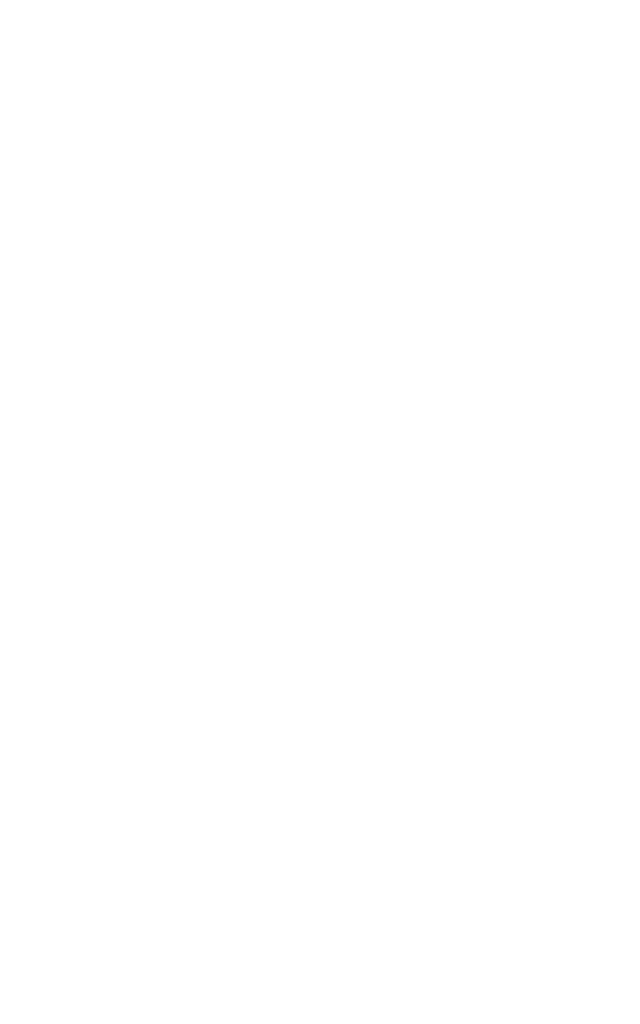
<source format=gbr>
%TF.GenerationSoftware,KiCad,Pcbnew,7.0.8*%
%TF.CreationDate,2023-11-14T15:55:11-08:00*%
%TF.ProjectId,guitar_pedal,67756974-6172-45f7-9065-64616c2e6b69,rev?*%
%TF.SameCoordinates,Original*%
%TF.FileFunction,Legend,Top*%
%TF.FilePolarity,Positive*%
%FSLAX46Y46*%
G04 Gerber Fmt 4.6, Leading zero omitted, Abs format (unit mm)*
G04 Created by KiCad (PCBNEW 7.0.8) date 2023-11-14 15:55:11*
%MOMM*%
%LPD*%
G01*
G04 APERTURE LIST*
G04 Aperture macros list*
%AMRoundRect*
0 Rectangle with rounded corners*
0 $1 Rounding radius*
0 $2 $3 $4 $5 $6 $7 $8 $9 X,Y pos of 4 corners*
0 Add a 4 corners polygon primitive as box body*
4,1,4,$2,$3,$4,$5,$6,$7,$8,$9,$2,$3,0*
0 Add four circle primitives for the rounded corners*
1,1,$1+$1,$2,$3*
1,1,$1+$1,$4,$5*
1,1,$1+$1,$6,$7*
1,1,$1+$1,$8,$9*
0 Add four rect primitives between the rounded corners*
20,1,$1+$1,$2,$3,$4,$5,0*
20,1,$1+$1,$4,$5,$6,$7,0*
20,1,$1+$1,$6,$7,$8,$9,0*
20,1,$1+$1,$8,$9,$2,$3,0*%
G04 Aperture macros list end*
%ADD10C,0.100000*%
%ADD11C,0.150000*%
%ADD12C,0.203200*%
%ADD13C,0.120000*%
%ADD14R,3.302000X3.302000*%
%ADD15C,3.500000*%
%ADD16RoundRect,0.250000X0.312500X0.625000X-0.312500X0.625000X-0.312500X-0.625000X0.312500X-0.625000X0*%
%ADD17RoundRect,0.250000X0.325000X0.650000X-0.325000X0.650000X-0.325000X-0.650000X0.325000X-0.650000X0*%
%ADD18RoundRect,0.250000X-0.325000X-0.650000X0.325000X-0.650000X0.325000X0.650000X-0.325000X0.650000X0*%
%ADD19RoundRect,0.250000X-0.650000X0.325000X-0.650000X-0.325000X0.650000X-0.325000X0.650000X0.325000X0*%
%ADD20RoundRect,0.250000X-0.625000X0.312500X-0.625000X-0.312500X0.625000X-0.312500X0.625000X0.312500X0*%
%ADD21R,1.905000X2.000000*%
%ADD22O,1.905000X2.000000*%
%ADD23R,1.800000X1.800000*%
%ADD24C,1.800000*%
%ADD25C,3.000000*%
%ADD26RoundRect,0.250000X-0.312500X-0.625000X0.312500X-0.625000X0.312500X0.625000X-0.312500X0.625000X0*%
%ADD27C,1.500000*%
%ADD28RoundRect,0.218750X0.218750X0.256250X-0.218750X0.256250X-0.218750X-0.256250X0.218750X-0.256250X0*%
%ADD29O,1.600000X1.600000*%
%ADD30R,1.600000X1.600000*%
%ADD31RoundRect,0.250000X0.625000X-0.312500X0.625000X0.312500X-0.625000X0.312500X-0.625000X-0.312500X0*%
%ADD32RoundRect,0.250000X0.650000X-0.325000X0.650000X0.325000X-0.650000X0.325000X-0.650000X-0.325000X0*%
%ADD33R,1.700000X1.700000*%
%ADD34O,1.700000X1.700000*%
%ADD35RoundRect,0.150000X-0.825000X-0.150000X0.825000X-0.150000X0.825000X0.150000X-0.825000X0.150000X0*%
%ADD36R,2.290000X3.000000*%
%ADD37RoundRect,0.150000X0.150000X-0.825000X0.150000X0.825000X-0.150000X0.825000X-0.150000X-0.825000X0*%
%ADD38R,3.000000X2.290000*%
%ADD39R,1.500000X0.550000*%
%ADD40R,0.550000X1.500000*%
G04 APERTURE END LIST*
D10*
X168907902Y-43432746D02*
X169479330Y-43432746D01*
X169193616Y-44432746D02*
X169193616Y-43432746D01*
X170193616Y-44385127D02*
X170098378Y-44432746D01*
X170098378Y-44432746D02*
X169907902Y-44432746D01*
X169907902Y-44432746D02*
X169812664Y-44385127D01*
X169812664Y-44385127D02*
X169765045Y-44289888D01*
X169765045Y-44289888D02*
X169765045Y-43908936D01*
X169765045Y-43908936D02*
X169812664Y-43813698D01*
X169812664Y-43813698D02*
X169907902Y-43766079D01*
X169907902Y-43766079D02*
X170098378Y-43766079D01*
X170098378Y-43766079D02*
X170193616Y-43813698D01*
X170193616Y-43813698D02*
X170241235Y-43908936D01*
X170241235Y-43908936D02*
X170241235Y-44004174D01*
X170241235Y-44004174D02*
X169765045Y-44099412D01*
X171098378Y-44432746D02*
X171098378Y-43908936D01*
X171098378Y-43908936D02*
X171050759Y-43813698D01*
X171050759Y-43813698D02*
X170955521Y-43766079D01*
X170955521Y-43766079D02*
X170765045Y-43766079D01*
X170765045Y-43766079D02*
X170669807Y-43813698D01*
X171098378Y-44385127D02*
X171003140Y-44432746D01*
X171003140Y-44432746D02*
X170765045Y-44432746D01*
X170765045Y-44432746D02*
X170669807Y-44385127D01*
X170669807Y-44385127D02*
X170622188Y-44289888D01*
X170622188Y-44289888D02*
X170622188Y-44194650D01*
X170622188Y-44194650D02*
X170669807Y-44099412D01*
X170669807Y-44099412D02*
X170765045Y-44051793D01*
X170765045Y-44051793D02*
X171003140Y-44051793D01*
X171003140Y-44051793D02*
X171098378Y-44004174D01*
X171574569Y-44432746D02*
X171574569Y-43766079D01*
X171574569Y-43861317D02*
X171622188Y-43813698D01*
X171622188Y-43813698D02*
X171717426Y-43766079D01*
X171717426Y-43766079D02*
X171860283Y-43766079D01*
X171860283Y-43766079D02*
X171955521Y-43813698D01*
X171955521Y-43813698D02*
X172003140Y-43908936D01*
X172003140Y-43908936D02*
X172003140Y-44432746D01*
X172003140Y-43908936D02*
X172050759Y-43813698D01*
X172050759Y-43813698D02*
X172145997Y-43766079D01*
X172145997Y-43766079D02*
X172288854Y-43766079D01*
X172288854Y-43766079D02*
X172384093Y-43813698D01*
X172384093Y-43813698D02*
X172431712Y-43908936D01*
X172431712Y-43908936D02*
X172431712Y-44432746D01*
X174193616Y-44432746D02*
X173622188Y-44432746D01*
X173907902Y-44432746D02*
X173907902Y-43432746D01*
X173907902Y-43432746D02*
X173812664Y-43575603D01*
X173812664Y-43575603D02*
X173717426Y-43670841D01*
X173717426Y-43670841D02*
X173622188Y-43718460D01*
X174574569Y-43527984D02*
X174622188Y-43480365D01*
X174622188Y-43480365D02*
X174717426Y-43432746D01*
X174717426Y-43432746D02*
X174955521Y-43432746D01*
X174955521Y-43432746D02*
X175050759Y-43480365D01*
X175050759Y-43480365D02*
X175098378Y-43527984D01*
X175098378Y-43527984D02*
X175145997Y-43623222D01*
X175145997Y-43623222D02*
X175145997Y-43718460D01*
X175145997Y-43718460D02*
X175098378Y-43861317D01*
X175098378Y-43861317D02*
X174526950Y-44432746D01*
X174526950Y-44432746D02*
X175145997Y-44432746D01*
X168907902Y-45042746D02*
X169241235Y-46042746D01*
X169241235Y-46042746D02*
X169574568Y-45042746D01*
X170288854Y-45995127D02*
X170193616Y-46042746D01*
X170193616Y-46042746D02*
X170003140Y-46042746D01*
X170003140Y-46042746D02*
X169907902Y-45995127D01*
X169907902Y-45995127D02*
X169860283Y-45899888D01*
X169860283Y-45899888D02*
X169860283Y-45518936D01*
X169860283Y-45518936D02*
X169907902Y-45423698D01*
X169907902Y-45423698D02*
X170003140Y-45376079D01*
X170003140Y-45376079D02*
X170193616Y-45376079D01*
X170193616Y-45376079D02*
X170288854Y-45423698D01*
X170288854Y-45423698D02*
X170336473Y-45518936D01*
X170336473Y-45518936D02*
X170336473Y-45614174D01*
X170336473Y-45614174D02*
X169860283Y-45709412D01*
X170765045Y-46042746D02*
X170765045Y-45376079D01*
X170765045Y-45566555D02*
X170812664Y-45471317D01*
X170812664Y-45471317D02*
X170860283Y-45423698D01*
X170860283Y-45423698D02*
X170955521Y-45376079D01*
X170955521Y-45376079D02*
X171050759Y-45376079D01*
X171336474Y-45995127D02*
X171431712Y-46042746D01*
X171431712Y-46042746D02*
X171622188Y-46042746D01*
X171622188Y-46042746D02*
X171717426Y-45995127D01*
X171717426Y-45995127D02*
X171765045Y-45899888D01*
X171765045Y-45899888D02*
X171765045Y-45852269D01*
X171765045Y-45852269D02*
X171717426Y-45757031D01*
X171717426Y-45757031D02*
X171622188Y-45709412D01*
X171622188Y-45709412D02*
X171479331Y-45709412D01*
X171479331Y-45709412D02*
X171384093Y-45661793D01*
X171384093Y-45661793D02*
X171336474Y-45566555D01*
X171336474Y-45566555D02*
X171336474Y-45518936D01*
X171336474Y-45518936D02*
X171384093Y-45423698D01*
X171384093Y-45423698D02*
X171479331Y-45376079D01*
X171479331Y-45376079D02*
X171622188Y-45376079D01*
X171622188Y-45376079D02*
X171717426Y-45423698D01*
X172193617Y-46042746D02*
X172193617Y-45376079D01*
X172193617Y-45042746D02*
X172145998Y-45090365D01*
X172145998Y-45090365D02*
X172193617Y-45137984D01*
X172193617Y-45137984D02*
X172241236Y-45090365D01*
X172241236Y-45090365D02*
X172193617Y-45042746D01*
X172193617Y-45042746D02*
X172193617Y-45137984D01*
X172812664Y-46042746D02*
X172717426Y-45995127D01*
X172717426Y-45995127D02*
X172669807Y-45947507D01*
X172669807Y-45947507D02*
X172622188Y-45852269D01*
X172622188Y-45852269D02*
X172622188Y-45566555D01*
X172622188Y-45566555D02*
X172669807Y-45471317D01*
X172669807Y-45471317D02*
X172717426Y-45423698D01*
X172717426Y-45423698D02*
X172812664Y-45376079D01*
X172812664Y-45376079D02*
X172955521Y-45376079D01*
X172955521Y-45376079D02*
X173050759Y-45423698D01*
X173050759Y-45423698D02*
X173098378Y-45471317D01*
X173098378Y-45471317D02*
X173145997Y-45566555D01*
X173145997Y-45566555D02*
X173145997Y-45852269D01*
X173145997Y-45852269D02*
X173098378Y-45947507D01*
X173098378Y-45947507D02*
X173050759Y-45995127D01*
X173050759Y-45995127D02*
X172955521Y-46042746D01*
X172955521Y-46042746D02*
X172812664Y-46042746D01*
X173574569Y-45376079D02*
X173574569Y-46042746D01*
X173574569Y-45471317D02*
X173622188Y-45423698D01*
X173622188Y-45423698D02*
X173717426Y-45376079D01*
X173717426Y-45376079D02*
X173860283Y-45376079D01*
X173860283Y-45376079D02*
X173955521Y-45423698D01*
X173955521Y-45423698D02*
X174003140Y-45518936D01*
X174003140Y-45518936D02*
X174003140Y-46042746D01*
X175765045Y-46042746D02*
X175193617Y-46042746D01*
X175479331Y-46042746D02*
X175479331Y-45042746D01*
X175479331Y-45042746D02*
X175384093Y-45185603D01*
X175384093Y-45185603D02*
X175288855Y-45280841D01*
X175288855Y-45280841D02*
X175193617Y-45328460D01*
X176193617Y-45947507D02*
X176241236Y-45995127D01*
X176241236Y-45995127D02*
X176193617Y-46042746D01*
X176193617Y-46042746D02*
X176145998Y-45995127D01*
X176145998Y-45995127D02*
X176193617Y-45947507D01*
X176193617Y-45947507D02*
X176193617Y-46042746D01*
X177193616Y-46042746D02*
X176622188Y-46042746D01*
X176907902Y-46042746D02*
X176907902Y-45042746D01*
X176907902Y-45042746D02*
X176812664Y-45185603D01*
X176812664Y-45185603D02*
X176717426Y-45280841D01*
X176717426Y-45280841D02*
X176622188Y-45328460D01*
X178098378Y-45042746D02*
X177622188Y-45042746D01*
X177622188Y-45042746D02*
X177574569Y-45518936D01*
X177574569Y-45518936D02*
X177622188Y-45471317D01*
X177622188Y-45471317D02*
X177717426Y-45423698D01*
X177717426Y-45423698D02*
X177955521Y-45423698D01*
X177955521Y-45423698D02*
X178050759Y-45471317D01*
X178050759Y-45471317D02*
X178098378Y-45518936D01*
X178098378Y-45518936D02*
X178145997Y-45614174D01*
X178145997Y-45614174D02*
X178145997Y-45852269D01*
X178145997Y-45852269D02*
X178098378Y-45947507D01*
X178098378Y-45947507D02*
X178050759Y-45995127D01*
X178050759Y-45995127D02*
X177955521Y-46042746D01*
X177955521Y-46042746D02*
X177717426Y-46042746D01*
X177717426Y-46042746D02*
X177622188Y-45995127D01*
X177622188Y-45995127D02*
X177574569Y-45947507D01*
X169574568Y-47652746D02*
X169003140Y-47652746D01*
X169288854Y-47652746D02*
X169288854Y-46652746D01*
X169288854Y-46652746D02*
X169193616Y-46795603D01*
X169193616Y-46795603D02*
X169098378Y-46890841D01*
X169098378Y-46890841D02*
X169003140Y-46938460D01*
X170526949Y-47652746D02*
X169955521Y-47652746D01*
X170241235Y-47652746D02*
X170241235Y-46652746D01*
X170241235Y-46652746D02*
X170145997Y-46795603D01*
X170145997Y-46795603D02*
X170050759Y-46890841D01*
X170050759Y-46890841D02*
X169955521Y-46938460D01*
X171669806Y-46605127D02*
X170812664Y-47890841D01*
X172526949Y-47652746D02*
X171955521Y-47652746D01*
X172241235Y-47652746D02*
X172241235Y-46652746D01*
X172241235Y-46652746D02*
X172145997Y-46795603D01*
X172145997Y-46795603D02*
X172050759Y-46890841D01*
X172050759Y-46890841D02*
X171955521Y-46938460D01*
X173384092Y-46986079D02*
X173384092Y-47652746D01*
X173145997Y-46605127D02*
X172907902Y-47319412D01*
X172907902Y-47319412D02*
X173526949Y-47319412D01*
X174622187Y-46605127D02*
X173765045Y-47890841D01*
X174907902Y-46747984D02*
X174955521Y-46700365D01*
X174955521Y-46700365D02*
X175050759Y-46652746D01*
X175050759Y-46652746D02*
X175288854Y-46652746D01*
X175288854Y-46652746D02*
X175384092Y-46700365D01*
X175384092Y-46700365D02*
X175431711Y-46747984D01*
X175431711Y-46747984D02*
X175479330Y-46843222D01*
X175479330Y-46843222D02*
X175479330Y-46938460D01*
X175479330Y-46938460D02*
X175431711Y-47081317D01*
X175431711Y-47081317D02*
X174860283Y-47652746D01*
X174860283Y-47652746D02*
X175479330Y-47652746D01*
X176098378Y-46652746D02*
X176193616Y-46652746D01*
X176193616Y-46652746D02*
X176288854Y-46700365D01*
X176288854Y-46700365D02*
X176336473Y-46747984D01*
X176336473Y-46747984D02*
X176384092Y-46843222D01*
X176384092Y-46843222D02*
X176431711Y-47033698D01*
X176431711Y-47033698D02*
X176431711Y-47271793D01*
X176431711Y-47271793D02*
X176384092Y-47462269D01*
X176384092Y-47462269D02*
X176336473Y-47557507D01*
X176336473Y-47557507D02*
X176288854Y-47605127D01*
X176288854Y-47605127D02*
X176193616Y-47652746D01*
X176193616Y-47652746D02*
X176098378Y-47652746D01*
X176098378Y-47652746D02*
X176003140Y-47605127D01*
X176003140Y-47605127D02*
X175955521Y-47557507D01*
X175955521Y-47557507D02*
X175907902Y-47462269D01*
X175907902Y-47462269D02*
X175860283Y-47271793D01*
X175860283Y-47271793D02*
X175860283Y-47033698D01*
X175860283Y-47033698D02*
X175907902Y-46843222D01*
X175907902Y-46843222D02*
X175955521Y-46747984D01*
X175955521Y-46747984D02*
X176003140Y-46700365D01*
X176003140Y-46700365D02*
X176098378Y-46652746D01*
X176812664Y-46747984D02*
X176860283Y-46700365D01*
X176860283Y-46700365D02*
X176955521Y-46652746D01*
X176955521Y-46652746D02*
X177193616Y-46652746D01*
X177193616Y-46652746D02*
X177288854Y-46700365D01*
X177288854Y-46700365D02*
X177336473Y-46747984D01*
X177336473Y-46747984D02*
X177384092Y-46843222D01*
X177384092Y-46843222D02*
X177384092Y-46938460D01*
X177384092Y-46938460D02*
X177336473Y-47081317D01*
X177336473Y-47081317D02*
X176765045Y-47652746D01*
X176765045Y-47652746D02*
X177384092Y-47652746D01*
X177717426Y-46652746D02*
X178336473Y-46652746D01*
X178336473Y-46652746D02*
X178003140Y-47033698D01*
X178003140Y-47033698D02*
X178145997Y-47033698D01*
X178145997Y-47033698D02*
X178241235Y-47081317D01*
X178241235Y-47081317D02*
X178288854Y-47128936D01*
X178288854Y-47128936D02*
X178336473Y-47224174D01*
X178336473Y-47224174D02*
X178336473Y-47462269D01*
X178336473Y-47462269D02*
X178288854Y-47557507D01*
X178288854Y-47557507D02*
X178241235Y-47605127D01*
X178241235Y-47605127D02*
X178145997Y-47652746D01*
X178145997Y-47652746D02*
X177860283Y-47652746D01*
X177860283Y-47652746D02*
X177765045Y-47605127D01*
X177765045Y-47605127D02*
X177717426Y-47557507D01*
D11*
X153561417Y-144045880D02*
X153228084Y-143569689D01*
X152989989Y-144045880D02*
X152989989Y-143045880D01*
X152989989Y-143045880D02*
X153370941Y-143045880D01*
X153370941Y-143045880D02*
X153466179Y-143093499D01*
X153466179Y-143093499D02*
X153513798Y-143141118D01*
X153513798Y-143141118D02*
X153561417Y-143236356D01*
X153561417Y-143236356D02*
X153561417Y-143379213D01*
X153561417Y-143379213D02*
X153513798Y-143474451D01*
X153513798Y-143474451D02*
X153466179Y-143522070D01*
X153466179Y-143522070D02*
X153370941Y-143569689D01*
X153370941Y-143569689D02*
X152989989Y-143569689D01*
X153989989Y-143522070D02*
X154323322Y-143522070D01*
X154466179Y-144045880D02*
X153989989Y-144045880D01*
X153989989Y-144045880D02*
X153989989Y-143045880D01*
X153989989Y-143045880D02*
X154466179Y-143045880D01*
X155228084Y-143522070D02*
X154894751Y-143522070D01*
X154894751Y-144045880D02*
X154894751Y-143045880D01*
X154894751Y-143045880D02*
X155370941Y-143045880D01*
X155894751Y-143045880D02*
X155894751Y-143283975D01*
X155656656Y-143188737D02*
X155894751Y-143283975D01*
X155894751Y-143283975D02*
X156132846Y-143188737D01*
X155751894Y-143474451D02*
X155894751Y-143283975D01*
X155894751Y-143283975D02*
X156037608Y-143474451D01*
X156656656Y-143045880D02*
X156656656Y-143283975D01*
X156418561Y-143188737D02*
X156656656Y-143283975D01*
X156656656Y-143283975D02*
X156894751Y-143188737D01*
X156513799Y-143474451D02*
X156656656Y-143283975D01*
X156656656Y-143283975D02*
X156799513Y-143474451D01*
X132077074Y-98833694D02*
X131743741Y-98357503D01*
X131505646Y-98833694D02*
X131505646Y-97833694D01*
X131505646Y-97833694D02*
X131886598Y-97833694D01*
X131886598Y-97833694D02*
X131981836Y-97881313D01*
X131981836Y-97881313D02*
X132029455Y-97928932D01*
X132029455Y-97928932D02*
X132077074Y-98024170D01*
X132077074Y-98024170D02*
X132077074Y-98167027D01*
X132077074Y-98167027D02*
X132029455Y-98262265D01*
X132029455Y-98262265D02*
X131981836Y-98309884D01*
X131981836Y-98309884D02*
X131886598Y-98357503D01*
X131886598Y-98357503D02*
X131505646Y-98357503D01*
X132981836Y-97833694D02*
X132505646Y-97833694D01*
X132505646Y-97833694D02*
X132458027Y-98309884D01*
X132458027Y-98309884D02*
X132505646Y-98262265D01*
X132505646Y-98262265D02*
X132600884Y-98214646D01*
X132600884Y-98214646D02*
X132838979Y-98214646D01*
X132838979Y-98214646D02*
X132934217Y-98262265D01*
X132934217Y-98262265D02*
X132981836Y-98309884D01*
X132981836Y-98309884D02*
X133029455Y-98405122D01*
X133029455Y-98405122D02*
X133029455Y-98643217D01*
X133029455Y-98643217D02*
X132981836Y-98738455D01*
X132981836Y-98738455D02*
X132934217Y-98786075D01*
X132934217Y-98786075D02*
X132838979Y-98833694D01*
X132838979Y-98833694D02*
X132600884Y-98833694D01*
X132600884Y-98833694D02*
X132505646Y-98786075D01*
X132505646Y-98786075D02*
X132458027Y-98738455D01*
X130612227Y-82099840D02*
X130564608Y-82147460D01*
X130564608Y-82147460D02*
X130421751Y-82195079D01*
X130421751Y-82195079D02*
X130326513Y-82195079D01*
X130326513Y-82195079D02*
X130183656Y-82147460D01*
X130183656Y-82147460D02*
X130088418Y-82052221D01*
X130088418Y-82052221D02*
X130040799Y-81956983D01*
X130040799Y-81956983D02*
X129993180Y-81766507D01*
X129993180Y-81766507D02*
X129993180Y-81623650D01*
X129993180Y-81623650D02*
X130040799Y-81433174D01*
X130040799Y-81433174D02*
X130088418Y-81337936D01*
X130088418Y-81337936D02*
X130183656Y-81242698D01*
X130183656Y-81242698D02*
X130326513Y-81195079D01*
X130326513Y-81195079D02*
X130421751Y-81195079D01*
X130421751Y-81195079D02*
X130564608Y-81242698D01*
X130564608Y-81242698D02*
X130612227Y-81290317D01*
X131516989Y-81195079D02*
X131040799Y-81195079D01*
X131040799Y-81195079D02*
X130993180Y-81671269D01*
X130993180Y-81671269D02*
X131040799Y-81623650D01*
X131040799Y-81623650D02*
X131136037Y-81576031D01*
X131136037Y-81576031D02*
X131374132Y-81576031D01*
X131374132Y-81576031D02*
X131469370Y-81623650D01*
X131469370Y-81623650D02*
X131516989Y-81671269D01*
X131516989Y-81671269D02*
X131564608Y-81766507D01*
X131564608Y-81766507D02*
X131564608Y-82004602D01*
X131564608Y-82004602D02*
X131516989Y-82099840D01*
X131516989Y-82099840D02*
X131469370Y-82147460D01*
X131469370Y-82147460D02*
X131374132Y-82195079D01*
X131374132Y-82195079D02*
X131136037Y-82195079D01*
X131136037Y-82195079D02*
X131040799Y-82147460D01*
X131040799Y-82147460D02*
X130993180Y-82099840D01*
X132077074Y-103982300D02*
X132029455Y-104029920D01*
X132029455Y-104029920D02*
X131886598Y-104077539D01*
X131886598Y-104077539D02*
X131791360Y-104077539D01*
X131791360Y-104077539D02*
X131648503Y-104029920D01*
X131648503Y-104029920D02*
X131553265Y-103934681D01*
X131553265Y-103934681D02*
X131505646Y-103839443D01*
X131505646Y-103839443D02*
X131458027Y-103648967D01*
X131458027Y-103648967D02*
X131458027Y-103506110D01*
X131458027Y-103506110D02*
X131505646Y-103315634D01*
X131505646Y-103315634D02*
X131553265Y-103220396D01*
X131553265Y-103220396D02*
X131648503Y-103125158D01*
X131648503Y-103125158D02*
X131791360Y-103077539D01*
X131791360Y-103077539D02*
X131886598Y-103077539D01*
X131886598Y-103077539D02*
X132029455Y-103125158D01*
X132029455Y-103125158D02*
X132077074Y-103172777D01*
X132410408Y-103077539D02*
X133077074Y-103077539D01*
X133077074Y-103077539D02*
X132648503Y-104077539D01*
X179634580Y-67681666D02*
X179682200Y-67729285D01*
X179682200Y-67729285D02*
X179729819Y-67872142D01*
X179729819Y-67872142D02*
X179729819Y-67967380D01*
X179729819Y-67967380D02*
X179682200Y-68110237D01*
X179682200Y-68110237D02*
X179586961Y-68205475D01*
X179586961Y-68205475D02*
X179491723Y-68253094D01*
X179491723Y-68253094D02*
X179301247Y-68300713D01*
X179301247Y-68300713D02*
X179158390Y-68300713D01*
X179158390Y-68300713D02*
X178967914Y-68253094D01*
X178967914Y-68253094D02*
X178872676Y-68205475D01*
X178872676Y-68205475D02*
X178777438Y-68110237D01*
X178777438Y-68110237D02*
X178729819Y-67967380D01*
X178729819Y-67967380D02*
X178729819Y-67872142D01*
X178729819Y-67872142D02*
X178777438Y-67729285D01*
X178777438Y-67729285D02*
X178825057Y-67681666D01*
X178729819Y-67348332D02*
X178729819Y-66729285D01*
X178729819Y-66729285D02*
X179110771Y-67062618D01*
X179110771Y-67062618D02*
X179110771Y-66919761D01*
X179110771Y-66919761D02*
X179158390Y-66824523D01*
X179158390Y-66824523D02*
X179206009Y-66776904D01*
X179206009Y-66776904D02*
X179301247Y-66729285D01*
X179301247Y-66729285D02*
X179539342Y-66729285D01*
X179539342Y-66729285D02*
X179634580Y-66776904D01*
X179634580Y-66776904D02*
X179682200Y-66824523D01*
X179682200Y-66824523D02*
X179729819Y-66919761D01*
X179729819Y-66919761D02*
X179729819Y-67205475D01*
X179729819Y-67205475D02*
X179682200Y-67300713D01*
X179682200Y-67300713D02*
X179634580Y-67348332D01*
X157480508Y-94648879D02*
X157004317Y-94982212D01*
X157480508Y-95220307D02*
X156480508Y-95220307D01*
X156480508Y-95220307D02*
X156480508Y-94839355D01*
X156480508Y-94839355D02*
X156528127Y-94744117D01*
X156528127Y-94744117D02*
X156575746Y-94696498D01*
X156575746Y-94696498D02*
X156670984Y-94648879D01*
X156670984Y-94648879D02*
X156813841Y-94648879D01*
X156813841Y-94648879D02*
X156909079Y-94696498D01*
X156909079Y-94696498D02*
X156956698Y-94744117D01*
X156956698Y-94744117D02*
X157004317Y-94839355D01*
X157004317Y-94839355D02*
X157004317Y-95220307D01*
X157480508Y-93696498D02*
X157480508Y-94267926D01*
X157480508Y-93982212D02*
X156480508Y-93982212D01*
X156480508Y-93982212D02*
X156623365Y-94077450D01*
X156623365Y-94077450D02*
X156718603Y-94172688D01*
X156718603Y-94172688D02*
X156766222Y-94267926D01*
X157480508Y-92744117D02*
X157480508Y-93315545D01*
X157480508Y-93029831D02*
X156480508Y-93029831D01*
X156480508Y-93029831D02*
X156623365Y-93125069D01*
X156623365Y-93125069D02*
X156718603Y-93220307D01*
X156718603Y-93220307D02*
X156766222Y-93315545D01*
X148641862Y-92379521D02*
X148308529Y-91903330D01*
X148070434Y-92379521D02*
X148070434Y-91379521D01*
X148070434Y-91379521D02*
X148451386Y-91379521D01*
X148451386Y-91379521D02*
X148546624Y-91427140D01*
X148546624Y-91427140D02*
X148594243Y-91474759D01*
X148594243Y-91474759D02*
X148641862Y-91569997D01*
X148641862Y-91569997D02*
X148641862Y-91712854D01*
X148641862Y-91712854D02*
X148594243Y-91808092D01*
X148594243Y-91808092D02*
X148546624Y-91855711D01*
X148546624Y-91855711D02*
X148451386Y-91903330D01*
X148451386Y-91903330D02*
X148070434Y-91903330D01*
X148975196Y-91379521D02*
X149594243Y-91379521D01*
X149594243Y-91379521D02*
X149260910Y-91760473D01*
X149260910Y-91760473D02*
X149403767Y-91760473D01*
X149403767Y-91760473D02*
X149499005Y-91808092D01*
X149499005Y-91808092D02*
X149546624Y-91855711D01*
X149546624Y-91855711D02*
X149594243Y-91950949D01*
X149594243Y-91950949D02*
X149594243Y-92189044D01*
X149594243Y-92189044D02*
X149546624Y-92284282D01*
X149546624Y-92284282D02*
X149499005Y-92331902D01*
X149499005Y-92331902D02*
X149403767Y-92379521D01*
X149403767Y-92379521D02*
X149118053Y-92379521D01*
X149118053Y-92379521D02*
X149022815Y-92331902D01*
X149022815Y-92331902D02*
X148975196Y-92284282D01*
X181053095Y-56469819D02*
X181053095Y-57279342D01*
X181053095Y-57279342D02*
X181100714Y-57374580D01*
X181100714Y-57374580D02*
X181148333Y-57422200D01*
X181148333Y-57422200D02*
X181243571Y-57469819D01*
X181243571Y-57469819D02*
X181434047Y-57469819D01*
X181434047Y-57469819D02*
X181529285Y-57422200D01*
X181529285Y-57422200D02*
X181576904Y-57374580D01*
X181576904Y-57374580D02*
X181624523Y-57279342D01*
X181624523Y-57279342D02*
X181624523Y-56469819D01*
X182053095Y-56565057D02*
X182100714Y-56517438D01*
X182100714Y-56517438D02*
X182195952Y-56469819D01*
X182195952Y-56469819D02*
X182434047Y-56469819D01*
X182434047Y-56469819D02*
X182529285Y-56517438D01*
X182529285Y-56517438D02*
X182576904Y-56565057D01*
X182576904Y-56565057D02*
X182624523Y-56660295D01*
X182624523Y-56660295D02*
X182624523Y-56755533D01*
X182624523Y-56755533D02*
X182576904Y-56898390D01*
X182576904Y-56898390D02*
X182005476Y-57469819D01*
X182005476Y-57469819D02*
X182624523Y-57469819D01*
X158696863Y-101069166D02*
X157696863Y-101069166D01*
X157696863Y-101069166D02*
X157696863Y-100831071D01*
X157696863Y-100831071D02*
X157744482Y-100688214D01*
X157744482Y-100688214D02*
X157839720Y-100592976D01*
X157839720Y-100592976D02*
X157934958Y-100545357D01*
X157934958Y-100545357D02*
X158125434Y-100497738D01*
X158125434Y-100497738D02*
X158268291Y-100497738D01*
X158268291Y-100497738D02*
X158458767Y-100545357D01*
X158458767Y-100545357D02*
X158554005Y-100592976D01*
X158554005Y-100592976D02*
X158649244Y-100688214D01*
X158649244Y-100688214D02*
X158696863Y-100831071D01*
X158696863Y-100831071D02*
X158696863Y-101069166D01*
X157792101Y-100116785D02*
X157744482Y-100069166D01*
X157744482Y-100069166D02*
X157696863Y-99973928D01*
X157696863Y-99973928D02*
X157696863Y-99735833D01*
X157696863Y-99735833D02*
X157744482Y-99640595D01*
X157744482Y-99640595D02*
X157792101Y-99592976D01*
X157792101Y-99592976D02*
X157887339Y-99545357D01*
X157887339Y-99545357D02*
X157982577Y-99545357D01*
X157982577Y-99545357D02*
X158125434Y-99592976D01*
X158125434Y-99592976D02*
X158696863Y-100164404D01*
X158696863Y-100164404D02*
X158696863Y-99545357D01*
X163879857Y-79803648D02*
X163546524Y-79327457D01*
X163308429Y-79803648D02*
X163308429Y-78803648D01*
X163308429Y-78803648D02*
X163689381Y-78803648D01*
X163689381Y-78803648D02*
X163784619Y-78851267D01*
X163784619Y-78851267D02*
X163832238Y-78898886D01*
X163832238Y-78898886D02*
X163879857Y-78994124D01*
X163879857Y-78994124D02*
X163879857Y-79136981D01*
X163879857Y-79136981D02*
X163832238Y-79232219D01*
X163832238Y-79232219D02*
X163784619Y-79279838D01*
X163784619Y-79279838D02*
X163689381Y-79327457D01*
X163689381Y-79327457D02*
X163308429Y-79327457D01*
X164451286Y-79232219D02*
X164356048Y-79184600D01*
X164356048Y-79184600D02*
X164308429Y-79136981D01*
X164308429Y-79136981D02*
X164260810Y-79041743D01*
X164260810Y-79041743D02*
X164260810Y-78994124D01*
X164260810Y-78994124D02*
X164308429Y-78898886D01*
X164308429Y-78898886D02*
X164356048Y-78851267D01*
X164356048Y-78851267D02*
X164451286Y-78803648D01*
X164451286Y-78803648D02*
X164641762Y-78803648D01*
X164641762Y-78803648D02*
X164737000Y-78851267D01*
X164737000Y-78851267D02*
X164784619Y-78898886D01*
X164784619Y-78898886D02*
X164832238Y-78994124D01*
X164832238Y-78994124D02*
X164832238Y-79041743D01*
X164832238Y-79041743D02*
X164784619Y-79136981D01*
X164784619Y-79136981D02*
X164737000Y-79184600D01*
X164737000Y-79184600D02*
X164641762Y-79232219D01*
X164641762Y-79232219D02*
X164451286Y-79232219D01*
X164451286Y-79232219D02*
X164356048Y-79279838D01*
X164356048Y-79279838D02*
X164308429Y-79327457D01*
X164308429Y-79327457D02*
X164260810Y-79422695D01*
X164260810Y-79422695D02*
X164260810Y-79613171D01*
X164260810Y-79613171D02*
X164308429Y-79708409D01*
X164308429Y-79708409D02*
X164356048Y-79756029D01*
X164356048Y-79756029D02*
X164451286Y-79803648D01*
X164451286Y-79803648D02*
X164641762Y-79803648D01*
X164641762Y-79803648D02*
X164737000Y-79756029D01*
X164737000Y-79756029D02*
X164784619Y-79708409D01*
X164784619Y-79708409D02*
X164832238Y-79613171D01*
X164832238Y-79613171D02*
X164832238Y-79422695D01*
X164832238Y-79422695D02*
X164784619Y-79327457D01*
X164784619Y-79327457D02*
X164737000Y-79279838D01*
X164737000Y-79279838D02*
X164641762Y-79232219D01*
X175131666Y-150269819D02*
X175131666Y-150984104D01*
X175131666Y-150984104D02*
X175084047Y-151126961D01*
X175084047Y-151126961D02*
X174988809Y-151222200D01*
X174988809Y-151222200D02*
X174845952Y-151269819D01*
X174845952Y-151269819D02*
X174750714Y-151269819D01*
X175560238Y-150365057D02*
X175607857Y-150317438D01*
X175607857Y-150317438D02*
X175703095Y-150269819D01*
X175703095Y-150269819D02*
X175941190Y-150269819D01*
X175941190Y-150269819D02*
X176036428Y-150317438D01*
X176036428Y-150317438D02*
X176084047Y-150365057D01*
X176084047Y-150365057D02*
X176131666Y-150460295D01*
X176131666Y-150460295D02*
X176131666Y-150555533D01*
X176131666Y-150555533D02*
X176084047Y-150698390D01*
X176084047Y-150698390D02*
X175512619Y-151269819D01*
X175512619Y-151269819D02*
X176131666Y-151269819D01*
X163892878Y-98788010D02*
X163845259Y-98835630D01*
X163845259Y-98835630D02*
X163702402Y-98883249D01*
X163702402Y-98883249D02*
X163607164Y-98883249D01*
X163607164Y-98883249D02*
X163464307Y-98835630D01*
X163464307Y-98835630D02*
X163369069Y-98740391D01*
X163369069Y-98740391D02*
X163321450Y-98645153D01*
X163321450Y-98645153D02*
X163273831Y-98454677D01*
X163273831Y-98454677D02*
X163273831Y-98311820D01*
X163273831Y-98311820D02*
X163321450Y-98121344D01*
X163321450Y-98121344D02*
X163369069Y-98026106D01*
X163369069Y-98026106D02*
X163464307Y-97930868D01*
X163464307Y-97930868D02*
X163607164Y-97883249D01*
X163607164Y-97883249D02*
X163702402Y-97883249D01*
X163702402Y-97883249D02*
X163845259Y-97930868D01*
X163845259Y-97930868D02*
X163892878Y-97978487D01*
X164845259Y-98883249D02*
X164273831Y-98883249D01*
X164559545Y-98883249D02*
X164559545Y-97883249D01*
X164559545Y-97883249D02*
X164464307Y-98026106D01*
X164464307Y-98026106D02*
X164369069Y-98121344D01*
X164369069Y-98121344D02*
X164273831Y-98168963D01*
X165464307Y-97883249D02*
X165559545Y-97883249D01*
X165559545Y-97883249D02*
X165654783Y-97930868D01*
X165654783Y-97930868D02*
X165702402Y-97978487D01*
X165702402Y-97978487D02*
X165750021Y-98073725D01*
X165750021Y-98073725D02*
X165797640Y-98264201D01*
X165797640Y-98264201D02*
X165797640Y-98502296D01*
X165797640Y-98502296D02*
X165750021Y-98692772D01*
X165750021Y-98692772D02*
X165702402Y-98788010D01*
X165702402Y-98788010D02*
X165654783Y-98835630D01*
X165654783Y-98835630D02*
X165559545Y-98883249D01*
X165559545Y-98883249D02*
X165464307Y-98883249D01*
X165464307Y-98883249D02*
X165369069Y-98835630D01*
X165369069Y-98835630D02*
X165321450Y-98788010D01*
X165321450Y-98788010D02*
X165273831Y-98692772D01*
X165273831Y-98692772D02*
X165226212Y-98502296D01*
X165226212Y-98502296D02*
X165226212Y-98264201D01*
X165226212Y-98264201D02*
X165273831Y-98073725D01*
X165273831Y-98073725D02*
X165321450Y-97978487D01*
X165321450Y-97978487D02*
X165369069Y-97930868D01*
X165369069Y-97930868D02*
X165464307Y-97883249D01*
X174554580Y-67681666D02*
X174602200Y-67729285D01*
X174602200Y-67729285D02*
X174649819Y-67872142D01*
X174649819Y-67872142D02*
X174649819Y-67967380D01*
X174649819Y-67967380D02*
X174602200Y-68110237D01*
X174602200Y-68110237D02*
X174506961Y-68205475D01*
X174506961Y-68205475D02*
X174411723Y-68253094D01*
X174411723Y-68253094D02*
X174221247Y-68300713D01*
X174221247Y-68300713D02*
X174078390Y-68300713D01*
X174078390Y-68300713D02*
X173887914Y-68253094D01*
X173887914Y-68253094D02*
X173792676Y-68205475D01*
X173792676Y-68205475D02*
X173697438Y-68110237D01*
X173697438Y-68110237D02*
X173649819Y-67967380D01*
X173649819Y-67967380D02*
X173649819Y-67872142D01*
X173649819Y-67872142D02*
X173697438Y-67729285D01*
X173697438Y-67729285D02*
X173745057Y-67681666D01*
X174649819Y-66729285D02*
X174649819Y-67300713D01*
X174649819Y-67014999D02*
X173649819Y-67014999D01*
X173649819Y-67014999D02*
X173792676Y-67110237D01*
X173792676Y-67110237D02*
X173887914Y-67205475D01*
X173887914Y-67205475D02*
X173935533Y-67300713D01*
X123808669Y-68720842D02*
X123761050Y-68768462D01*
X123761050Y-68768462D02*
X123618193Y-68816081D01*
X123618193Y-68816081D02*
X123522955Y-68816081D01*
X123522955Y-68816081D02*
X123380098Y-68768462D01*
X123380098Y-68768462D02*
X123284860Y-68673223D01*
X123284860Y-68673223D02*
X123237241Y-68577985D01*
X123237241Y-68577985D02*
X123189622Y-68387509D01*
X123189622Y-68387509D02*
X123189622Y-68244652D01*
X123189622Y-68244652D02*
X123237241Y-68054176D01*
X123237241Y-68054176D02*
X123284860Y-67958938D01*
X123284860Y-67958938D02*
X123380098Y-67863700D01*
X123380098Y-67863700D02*
X123522955Y-67816081D01*
X123522955Y-67816081D02*
X123618193Y-67816081D01*
X123618193Y-67816081D02*
X123761050Y-67863700D01*
X123761050Y-67863700D02*
X123808669Y-67911319D01*
X124761050Y-68816081D02*
X124189622Y-68816081D01*
X124475336Y-68816081D02*
X124475336Y-67816081D01*
X124475336Y-67816081D02*
X124380098Y-67958938D01*
X124380098Y-67958938D02*
X124284860Y-68054176D01*
X124284860Y-68054176D02*
X124189622Y-68101795D01*
X125618193Y-67816081D02*
X125427717Y-67816081D01*
X125427717Y-67816081D02*
X125332479Y-67863700D01*
X125332479Y-67863700D02*
X125284860Y-67911319D01*
X125284860Y-67911319D02*
X125189622Y-68054176D01*
X125189622Y-68054176D02*
X125142003Y-68244652D01*
X125142003Y-68244652D02*
X125142003Y-68625604D01*
X125142003Y-68625604D02*
X125189622Y-68720842D01*
X125189622Y-68720842D02*
X125237241Y-68768462D01*
X125237241Y-68768462D02*
X125332479Y-68816081D01*
X125332479Y-68816081D02*
X125522955Y-68816081D01*
X125522955Y-68816081D02*
X125618193Y-68768462D01*
X125618193Y-68768462D02*
X125665812Y-68720842D01*
X125665812Y-68720842D02*
X125713431Y-68625604D01*
X125713431Y-68625604D02*
X125713431Y-68387509D01*
X125713431Y-68387509D02*
X125665812Y-68292271D01*
X125665812Y-68292271D02*
X125618193Y-68244652D01*
X125618193Y-68244652D02*
X125522955Y-68197033D01*
X125522955Y-68197033D02*
X125332479Y-68197033D01*
X125332479Y-68197033D02*
X125237241Y-68244652D01*
X125237241Y-68244652D02*
X125189622Y-68292271D01*
X125189622Y-68292271D02*
X125142003Y-68387509D01*
X163868333Y-93714819D02*
X163535000Y-93238628D01*
X163296905Y-93714819D02*
X163296905Y-92714819D01*
X163296905Y-92714819D02*
X163677857Y-92714819D01*
X163677857Y-92714819D02*
X163773095Y-92762438D01*
X163773095Y-92762438D02*
X163820714Y-92810057D01*
X163820714Y-92810057D02*
X163868333Y-92905295D01*
X163868333Y-92905295D02*
X163868333Y-93048152D01*
X163868333Y-93048152D02*
X163820714Y-93143390D01*
X163820714Y-93143390D02*
X163773095Y-93191009D01*
X163773095Y-93191009D02*
X163677857Y-93238628D01*
X163677857Y-93238628D02*
X163296905Y-93238628D01*
X164201667Y-92714819D02*
X164868333Y-92714819D01*
X164868333Y-92714819D02*
X164439762Y-93714819D01*
X148641862Y-102461759D02*
X148308529Y-101985568D01*
X148070434Y-102461759D02*
X148070434Y-101461759D01*
X148070434Y-101461759D02*
X148451386Y-101461759D01*
X148451386Y-101461759D02*
X148546624Y-101509378D01*
X148546624Y-101509378D02*
X148594243Y-101556997D01*
X148594243Y-101556997D02*
X148641862Y-101652235D01*
X148641862Y-101652235D02*
X148641862Y-101795092D01*
X148641862Y-101795092D02*
X148594243Y-101890330D01*
X148594243Y-101890330D02*
X148546624Y-101937949D01*
X148546624Y-101937949D02*
X148451386Y-101985568D01*
X148451386Y-101985568D02*
X148070434Y-101985568D01*
X149022815Y-101556997D02*
X149070434Y-101509378D01*
X149070434Y-101509378D02*
X149165672Y-101461759D01*
X149165672Y-101461759D02*
X149403767Y-101461759D01*
X149403767Y-101461759D02*
X149499005Y-101509378D01*
X149499005Y-101509378D02*
X149546624Y-101556997D01*
X149546624Y-101556997D02*
X149594243Y-101652235D01*
X149594243Y-101652235D02*
X149594243Y-101747473D01*
X149594243Y-101747473D02*
X149546624Y-101890330D01*
X149546624Y-101890330D02*
X148975196Y-102461759D01*
X148975196Y-102461759D02*
X149594243Y-102461759D01*
X138249561Y-74961356D02*
X138249561Y-75437547D01*
X137916228Y-74437547D02*
X138249561Y-74961356D01*
X138249561Y-74961356D02*
X138582894Y-74437547D01*
X139440037Y-75437547D02*
X138868609Y-75437547D01*
X139154323Y-75437547D02*
X139154323Y-74437547D01*
X139154323Y-74437547D02*
X139059085Y-74580404D01*
X139059085Y-74580404D02*
X138963847Y-74675642D01*
X138963847Y-74675642D02*
X138868609Y-74723261D01*
X176036617Y-72475479D02*
X176036617Y-71475479D01*
X176036617Y-71475479D02*
X176274712Y-71475479D01*
X176274712Y-71475479D02*
X176417569Y-71523098D01*
X176417569Y-71523098D02*
X176512807Y-71618336D01*
X176512807Y-71618336D02*
X176560426Y-71713574D01*
X176560426Y-71713574D02*
X176608045Y-71904050D01*
X176608045Y-71904050D02*
X176608045Y-72046907D01*
X176608045Y-72046907D02*
X176560426Y-72237383D01*
X176560426Y-72237383D02*
X176512807Y-72332621D01*
X176512807Y-72332621D02*
X176417569Y-72427860D01*
X176417569Y-72427860D02*
X176274712Y-72475479D01*
X176274712Y-72475479D02*
X176036617Y-72475479D01*
X177560426Y-72475479D02*
X176988998Y-72475479D01*
X177274712Y-72475479D02*
X177274712Y-71475479D01*
X177274712Y-71475479D02*
X177179474Y-71618336D01*
X177179474Y-71618336D02*
X177084236Y-71713574D01*
X177084236Y-71713574D02*
X176988998Y-71761193D01*
X168485331Y-79612302D02*
X168437712Y-79659922D01*
X168437712Y-79659922D02*
X168294855Y-79707541D01*
X168294855Y-79707541D02*
X168199617Y-79707541D01*
X168199617Y-79707541D02*
X168056760Y-79659922D01*
X168056760Y-79659922D02*
X167961522Y-79564683D01*
X167961522Y-79564683D02*
X167913903Y-79469445D01*
X167913903Y-79469445D02*
X167866284Y-79278969D01*
X167866284Y-79278969D02*
X167866284Y-79136112D01*
X167866284Y-79136112D02*
X167913903Y-78945636D01*
X167913903Y-78945636D02*
X167961522Y-78850398D01*
X167961522Y-78850398D02*
X168056760Y-78755160D01*
X168056760Y-78755160D02*
X168199617Y-78707541D01*
X168199617Y-78707541D02*
X168294855Y-78707541D01*
X168294855Y-78707541D02*
X168437712Y-78755160D01*
X168437712Y-78755160D02*
X168485331Y-78802779D01*
X169437712Y-79707541D02*
X168866284Y-79707541D01*
X169151998Y-79707541D02*
X169151998Y-78707541D01*
X169151998Y-78707541D02*
X169056760Y-78850398D01*
X169056760Y-78850398D02*
X168961522Y-78945636D01*
X168961522Y-78945636D02*
X168866284Y-78993255D01*
X170294855Y-79040874D02*
X170294855Y-79707541D01*
X170056760Y-78659922D02*
X169818665Y-79374207D01*
X169818665Y-79374207D02*
X170437712Y-79374207D01*
X132131134Y-109015043D02*
X131797801Y-108538852D01*
X131559706Y-109015043D02*
X131559706Y-108015043D01*
X131559706Y-108015043D02*
X131940658Y-108015043D01*
X131940658Y-108015043D02*
X132035896Y-108062662D01*
X132035896Y-108062662D02*
X132083515Y-108110281D01*
X132083515Y-108110281D02*
X132131134Y-108205519D01*
X132131134Y-108205519D02*
X132131134Y-108348376D01*
X132131134Y-108348376D02*
X132083515Y-108443614D01*
X132083515Y-108443614D02*
X132035896Y-108491233D01*
X132035896Y-108491233D02*
X131940658Y-108538852D01*
X131940658Y-108538852D02*
X131559706Y-108538852D01*
X132988277Y-108348376D02*
X132988277Y-109015043D01*
X132750182Y-107967424D02*
X132512087Y-108681709D01*
X132512087Y-108681709D02*
X133131134Y-108681709D01*
X133664108Y-69238380D02*
X133187917Y-69571713D01*
X133664108Y-69809808D02*
X132664108Y-69809808D01*
X132664108Y-69809808D02*
X132664108Y-69428856D01*
X132664108Y-69428856D02*
X132711727Y-69333618D01*
X132711727Y-69333618D02*
X132759346Y-69285999D01*
X132759346Y-69285999D02*
X132854584Y-69238380D01*
X132854584Y-69238380D02*
X132997441Y-69238380D01*
X132997441Y-69238380D02*
X133092679Y-69285999D01*
X133092679Y-69285999D02*
X133140298Y-69333618D01*
X133140298Y-69333618D02*
X133187917Y-69428856D01*
X133187917Y-69428856D02*
X133187917Y-69809808D01*
X133664108Y-68285999D02*
X133664108Y-68857427D01*
X133664108Y-68571713D02*
X132664108Y-68571713D01*
X132664108Y-68571713D02*
X132806965Y-68666951D01*
X132806965Y-68666951D02*
X132902203Y-68762189D01*
X132902203Y-68762189D02*
X132949822Y-68857427D01*
X132759346Y-67905046D02*
X132711727Y-67857427D01*
X132711727Y-67857427D02*
X132664108Y-67762189D01*
X132664108Y-67762189D02*
X132664108Y-67524094D01*
X132664108Y-67524094D02*
X132711727Y-67428856D01*
X132711727Y-67428856D02*
X132759346Y-67381237D01*
X132759346Y-67381237D02*
X132854584Y-67333618D01*
X132854584Y-67333618D02*
X132949822Y-67333618D01*
X132949822Y-67333618D02*
X133092679Y-67381237D01*
X133092679Y-67381237D02*
X133664108Y-67952665D01*
X133664108Y-67952665D02*
X133664108Y-67333618D01*
X173512276Y-103959775D02*
X173464657Y-104007395D01*
X173464657Y-104007395D02*
X173321800Y-104055014D01*
X173321800Y-104055014D02*
X173226562Y-104055014D01*
X173226562Y-104055014D02*
X173083705Y-104007395D01*
X173083705Y-104007395D02*
X172988467Y-103912156D01*
X172988467Y-103912156D02*
X172940848Y-103816918D01*
X172940848Y-103816918D02*
X172893229Y-103626442D01*
X172893229Y-103626442D02*
X172893229Y-103483585D01*
X172893229Y-103483585D02*
X172940848Y-103293109D01*
X172940848Y-103293109D02*
X172988467Y-103197871D01*
X172988467Y-103197871D02*
X173083705Y-103102633D01*
X173083705Y-103102633D02*
X173226562Y-103055014D01*
X173226562Y-103055014D02*
X173321800Y-103055014D01*
X173321800Y-103055014D02*
X173464657Y-103102633D01*
X173464657Y-103102633D02*
X173512276Y-103150252D01*
X174464657Y-104055014D02*
X173893229Y-104055014D01*
X174178943Y-104055014D02*
X174178943Y-103055014D01*
X174178943Y-103055014D02*
X174083705Y-103197871D01*
X174083705Y-103197871D02*
X173988467Y-103293109D01*
X173988467Y-103293109D02*
X173893229Y-103340728D01*
X175417038Y-104055014D02*
X174845610Y-104055014D01*
X175131324Y-104055014D02*
X175131324Y-103055014D01*
X175131324Y-103055014D02*
X175036086Y-103197871D01*
X175036086Y-103197871D02*
X174940848Y-103293109D01*
X174940848Y-103293109D02*
X174845610Y-103340728D01*
X166737156Y-61596947D02*
X166784776Y-61644566D01*
X166784776Y-61644566D02*
X166832395Y-61787423D01*
X166832395Y-61787423D02*
X166832395Y-61882661D01*
X166832395Y-61882661D02*
X166784776Y-62025518D01*
X166784776Y-62025518D02*
X166689537Y-62120756D01*
X166689537Y-62120756D02*
X166594299Y-62168375D01*
X166594299Y-62168375D02*
X166403823Y-62215994D01*
X166403823Y-62215994D02*
X166260966Y-62215994D01*
X166260966Y-62215994D02*
X166070490Y-62168375D01*
X166070490Y-62168375D02*
X165975252Y-62120756D01*
X165975252Y-62120756D02*
X165880014Y-62025518D01*
X165880014Y-62025518D02*
X165832395Y-61882661D01*
X165832395Y-61882661D02*
X165832395Y-61787423D01*
X165832395Y-61787423D02*
X165880014Y-61644566D01*
X165880014Y-61644566D02*
X165927633Y-61596947D01*
X166832395Y-60644566D02*
X166832395Y-61215994D01*
X166832395Y-60930280D02*
X165832395Y-60930280D01*
X165832395Y-60930280D02*
X165975252Y-61025518D01*
X165975252Y-61025518D02*
X166070490Y-61120756D01*
X166070490Y-61120756D02*
X166118109Y-61215994D01*
X165832395Y-59739804D02*
X165832395Y-60215994D01*
X165832395Y-60215994D02*
X166308585Y-60263613D01*
X166308585Y-60263613D02*
X166260966Y-60215994D01*
X166260966Y-60215994D02*
X166213347Y-60120756D01*
X166213347Y-60120756D02*
X166213347Y-59882661D01*
X166213347Y-59882661D02*
X166260966Y-59787423D01*
X166260966Y-59787423D02*
X166308585Y-59739804D01*
X166308585Y-59739804D02*
X166403823Y-59692185D01*
X166403823Y-59692185D02*
X166641918Y-59692185D01*
X166641918Y-59692185D02*
X166737156Y-59739804D01*
X166737156Y-59739804D02*
X166784776Y-59787423D01*
X166784776Y-59787423D02*
X166832395Y-59882661D01*
X166832395Y-59882661D02*
X166832395Y-60120756D01*
X166832395Y-60120756D02*
X166784776Y-60215994D01*
X166784776Y-60215994D02*
X166737156Y-60263613D01*
X153470048Y-56661532D02*
X153136715Y-56185341D01*
X152898620Y-56661532D02*
X152898620Y-55661532D01*
X152898620Y-55661532D02*
X153279572Y-55661532D01*
X153279572Y-55661532D02*
X153374810Y-55709151D01*
X153374810Y-55709151D02*
X153422429Y-55756770D01*
X153422429Y-55756770D02*
X153470048Y-55852008D01*
X153470048Y-55852008D02*
X153470048Y-55994865D01*
X153470048Y-55994865D02*
X153422429Y-56090103D01*
X153422429Y-56090103D02*
X153374810Y-56137722D01*
X153374810Y-56137722D02*
X153279572Y-56185341D01*
X153279572Y-56185341D02*
X152898620Y-56185341D01*
X153755763Y-55661532D02*
X154089096Y-56661532D01*
X154089096Y-56661532D02*
X154422429Y-55661532D01*
X155279572Y-56661532D02*
X154708144Y-56661532D01*
X154993858Y-56661532D02*
X154993858Y-55661532D01*
X154993858Y-55661532D02*
X154898620Y-55804389D01*
X154898620Y-55804389D02*
X154803382Y-55899627D01*
X154803382Y-55899627D02*
X154708144Y-55947246D01*
X124067707Y-59296336D02*
X124020088Y-59343956D01*
X124020088Y-59343956D02*
X123877231Y-59391575D01*
X123877231Y-59391575D02*
X123781993Y-59391575D01*
X123781993Y-59391575D02*
X123639136Y-59343956D01*
X123639136Y-59343956D02*
X123543898Y-59248717D01*
X123543898Y-59248717D02*
X123496279Y-59153479D01*
X123496279Y-59153479D02*
X123448660Y-58963003D01*
X123448660Y-58963003D02*
X123448660Y-58820146D01*
X123448660Y-58820146D02*
X123496279Y-58629670D01*
X123496279Y-58629670D02*
X123543898Y-58534432D01*
X123543898Y-58534432D02*
X123639136Y-58439194D01*
X123639136Y-58439194D02*
X123781993Y-58391575D01*
X123781993Y-58391575D02*
X123877231Y-58391575D01*
X123877231Y-58391575D02*
X124020088Y-58439194D01*
X124020088Y-58439194D02*
X124067707Y-58486813D01*
X125020088Y-59391575D02*
X124448660Y-59391575D01*
X124734374Y-59391575D02*
X124734374Y-58391575D01*
X124734374Y-58391575D02*
X124639136Y-58534432D01*
X124639136Y-58534432D02*
X124543898Y-58629670D01*
X124543898Y-58629670D02*
X124448660Y-58677289D01*
X125353422Y-58391575D02*
X126020088Y-58391575D01*
X126020088Y-58391575D02*
X125591517Y-59391575D01*
X173554648Y-84794411D02*
X173507029Y-84842031D01*
X173507029Y-84842031D02*
X173364172Y-84889650D01*
X173364172Y-84889650D02*
X173268934Y-84889650D01*
X173268934Y-84889650D02*
X173126077Y-84842031D01*
X173126077Y-84842031D02*
X173030839Y-84746792D01*
X173030839Y-84746792D02*
X172983220Y-84651554D01*
X172983220Y-84651554D02*
X172935601Y-84461078D01*
X172935601Y-84461078D02*
X172935601Y-84318221D01*
X172935601Y-84318221D02*
X172983220Y-84127745D01*
X172983220Y-84127745D02*
X173030839Y-84032507D01*
X173030839Y-84032507D02*
X173126077Y-83937269D01*
X173126077Y-83937269D02*
X173268934Y-83889650D01*
X173268934Y-83889650D02*
X173364172Y-83889650D01*
X173364172Y-83889650D02*
X173507029Y-83937269D01*
X173507029Y-83937269D02*
X173554648Y-83984888D01*
X174507029Y-84889650D02*
X173935601Y-84889650D01*
X174221315Y-84889650D02*
X174221315Y-83889650D01*
X174221315Y-83889650D02*
X174126077Y-84032507D01*
X174126077Y-84032507D02*
X174030839Y-84127745D01*
X174030839Y-84127745D02*
X173935601Y-84175364D01*
X174840363Y-83889650D02*
X175459410Y-83889650D01*
X175459410Y-83889650D02*
X175126077Y-84270602D01*
X175126077Y-84270602D02*
X175268934Y-84270602D01*
X175268934Y-84270602D02*
X175364172Y-84318221D01*
X175364172Y-84318221D02*
X175411791Y-84365840D01*
X175411791Y-84365840D02*
X175459410Y-84461078D01*
X175459410Y-84461078D02*
X175459410Y-84699173D01*
X175459410Y-84699173D02*
X175411791Y-84794411D01*
X175411791Y-84794411D02*
X175364172Y-84842031D01*
X175364172Y-84842031D02*
X175268934Y-84889650D01*
X175268934Y-84889650D02*
X174983220Y-84889650D01*
X174983220Y-84889650D02*
X174887982Y-84842031D01*
X174887982Y-84842031D02*
X174840363Y-84794411D01*
X183095839Y-122626237D02*
X182762506Y-122150046D01*
X182524411Y-122626237D02*
X182524411Y-121626237D01*
X182524411Y-121626237D02*
X182905363Y-121626237D01*
X182905363Y-121626237D02*
X183000601Y-121673856D01*
X183000601Y-121673856D02*
X183048220Y-121721475D01*
X183048220Y-121721475D02*
X183095839Y-121816713D01*
X183095839Y-121816713D02*
X183095839Y-121959570D01*
X183095839Y-121959570D02*
X183048220Y-122054808D01*
X183048220Y-122054808D02*
X183000601Y-122102427D01*
X183000601Y-122102427D02*
X182905363Y-122150046D01*
X182905363Y-122150046D02*
X182524411Y-122150046D01*
X183524411Y-122102427D02*
X183857744Y-122102427D01*
X184000601Y-122626237D02*
X183524411Y-122626237D01*
X183524411Y-122626237D02*
X183524411Y-121626237D01*
X183524411Y-121626237D02*
X184000601Y-121626237D01*
X184762506Y-122102427D02*
X184429173Y-122102427D01*
X184429173Y-122626237D02*
X184429173Y-121626237D01*
X184429173Y-121626237D02*
X184905363Y-121626237D01*
X185429173Y-121626237D02*
X185429173Y-121864332D01*
X185191078Y-121769094D02*
X185429173Y-121864332D01*
X185429173Y-121864332D02*
X185667268Y-121769094D01*
X185286316Y-122054808D02*
X185429173Y-121864332D01*
X185429173Y-121864332D02*
X185572030Y-122054808D01*
X186191078Y-121626237D02*
X186191078Y-121864332D01*
X185952983Y-121769094D02*
X186191078Y-121864332D01*
X186191078Y-121864332D02*
X186429173Y-121769094D01*
X186048221Y-122054808D02*
X186191078Y-121864332D01*
X186191078Y-121864332D02*
X186333935Y-122054808D01*
X138617790Y-90481498D02*
X138617790Y-91291021D01*
X138617790Y-91291021D02*
X138665409Y-91386259D01*
X138665409Y-91386259D02*
X138713028Y-91433879D01*
X138713028Y-91433879D02*
X138808266Y-91481498D01*
X138808266Y-91481498D02*
X138998742Y-91481498D01*
X138998742Y-91481498D02*
X139093980Y-91433879D01*
X139093980Y-91433879D02*
X139141599Y-91386259D01*
X139141599Y-91386259D02*
X139189218Y-91291021D01*
X139189218Y-91291021D02*
X139189218Y-90481498D01*
X139570171Y-90481498D02*
X140189218Y-90481498D01*
X140189218Y-90481498D02*
X139855885Y-90862450D01*
X139855885Y-90862450D02*
X139998742Y-90862450D01*
X139998742Y-90862450D02*
X140093980Y-90910069D01*
X140093980Y-90910069D02*
X140141599Y-90957688D01*
X140141599Y-90957688D02*
X140189218Y-91052926D01*
X140189218Y-91052926D02*
X140189218Y-91291021D01*
X140189218Y-91291021D02*
X140141599Y-91386259D01*
X140141599Y-91386259D02*
X140093980Y-91433879D01*
X140093980Y-91433879D02*
X139998742Y-91481498D01*
X139998742Y-91481498D02*
X139713028Y-91481498D01*
X139713028Y-91481498D02*
X139617790Y-91433879D01*
X139617790Y-91433879D02*
X139570171Y-91386259D01*
X183702784Y-104072422D02*
X183655165Y-104120042D01*
X183655165Y-104120042D02*
X183512308Y-104167661D01*
X183512308Y-104167661D02*
X183417070Y-104167661D01*
X183417070Y-104167661D02*
X183274213Y-104120042D01*
X183274213Y-104120042D02*
X183178975Y-104024803D01*
X183178975Y-104024803D02*
X183131356Y-103929565D01*
X183131356Y-103929565D02*
X183083737Y-103739089D01*
X183083737Y-103739089D02*
X183083737Y-103596232D01*
X183083737Y-103596232D02*
X183131356Y-103405756D01*
X183131356Y-103405756D02*
X183178975Y-103310518D01*
X183178975Y-103310518D02*
X183274213Y-103215280D01*
X183274213Y-103215280D02*
X183417070Y-103167661D01*
X183417070Y-103167661D02*
X183512308Y-103167661D01*
X183512308Y-103167661D02*
X183655165Y-103215280D01*
X183655165Y-103215280D02*
X183702784Y-103262899D01*
X184655165Y-104167661D02*
X184083737Y-104167661D01*
X184369451Y-104167661D02*
X184369451Y-103167661D01*
X184369451Y-103167661D02*
X184274213Y-103310518D01*
X184274213Y-103310518D02*
X184178975Y-103405756D01*
X184178975Y-103405756D02*
X184083737Y-103453375D01*
X185036118Y-103262899D02*
X185083737Y-103215280D01*
X185083737Y-103215280D02*
X185178975Y-103167661D01*
X185178975Y-103167661D02*
X185417070Y-103167661D01*
X185417070Y-103167661D02*
X185512308Y-103215280D01*
X185512308Y-103215280D02*
X185559927Y-103262899D01*
X185559927Y-103262899D02*
X185607546Y-103358137D01*
X185607546Y-103358137D02*
X185607546Y-103453375D01*
X185607546Y-103453375D02*
X185559927Y-103596232D01*
X185559927Y-103596232D02*
X184988499Y-104167661D01*
X184988499Y-104167661D02*
X185607546Y-104167661D01*
X148641862Y-97122675D02*
X148594243Y-97170295D01*
X148594243Y-97170295D02*
X148451386Y-97217914D01*
X148451386Y-97217914D02*
X148356148Y-97217914D01*
X148356148Y-97217914D02*
X148213291Y-97170295D01*
X148213291Y-97170295D02*
X148118053Y-97075056D01*
X148118053Y-97075056D02*
X148070434Y-96979818D01*
X148070434Y-96979818D02*
X148022815Y-96789342D01*
X148022815Y-96789342D02*
X148022815Y-96646485D01*
X148022815Y-96646485D02*
X148070434Y-96456009D01*
X148070434Y-96456009D02*
X148118053Y-96360771D01*
X148118053Y-96360771D02*
X148213291Y-96265533D01*
X148213291Y-96265533D02*
X148356148Y-96217914D01*
X148356148Y-96217914D02*
X148451386Y-96217914D01*
X148451386Y-96217914D02*
X148594243Y-96265533D01*
X148594243Y-96265533D02*
X148641862Y-96313152D01*
X149213291Y-96646485D02*
X149118053Y-96598866D01*
X149118053Y-96598866D02*
X149070434Y-96551247D01*
X149070434Y-96551247D02*
X149022815Y-96456009D01*
X149022815Y-96456009D02*
X149022815Y-96408390D01*
X149022815Y-96408390D02*
X149070434Y-96313152D01*
X149070434Y-96313152D02*
X149118053Y-96265533D01*
X149118053Y-96265533D02*
X149213291Y-96217914D01*
X149213291Y-96217914D02*
X149403767Y-96217914D01*
X149403767Y-96217914D02*
X149499005Y-96265533D01*
X149499005Y-96265533D02*
X149546624Y-96313152D01*
X149546624Y-96313152D02*
X149594243Y-96408390D01*
X149594243Y-96408390D02*
X149594243Y-96456009D01*
X149594243Y-96456009D02*
X149546624Y-96551247D01*
X149546624Y-96551247D02*
X149499005Y-96598866D01*
X149499005Y-96598866D02*
X149403767Y-96646485D01*
X149403767Y-96646485D02*
X149213291Y-96646485D01*
X149213291Y-96646485D02*
X149118053Y-96694104D01*
X149118053Y-96694104D02*
X149070434Y-96741723D01*
X149070434Y-96741723D02*
X149022815Y-96836961D01*
X149022815Y-96836961D02*
X149022815Y-97027437D01*
X149022815Y-97027437D02*
X149070434Y-97122675D01*
X149070434Y-97122675D02*
X149118053Y-97170295D01*
X149118053Y-97170295D02*
X149213291Y-97217914D01*
X149213291Y-97217914D02*
X149403767Y-97217914D01*
X149403767Y-97217914D02*
X149499005Y-97170295D01*
X149499005Y-97170295D02*
X149546624Y-97122675D01*
X149546624Y-97122675D02*
X149594243Y-97027437D01*
X149594243Y-97027437D02*
X149594243Y-96836961D01*
X149594243Y-96836961D02*
X149546624Y-96741723D01*
X149546624Y-96741723D02*
X149499005Y-96694104D01*
X149499005Y-96694104D02*
X149403767Y-96646485D01*
X163903884Y-66926160D02*
X163856265Y-66973780D01*
X163856265Y-66973780D02*
X163713408Y-67021399D01*
X163713408Y-67021399D02*
X163618170Y-67021399D01*
X163618170Y-67021399D02*
X163475313Y-66973780D01*
X163475313Y-66973780D02*
X163380075Y-66878541D01*
X163380075Y-66878541D02*
X163332456Y-66783303D01*
X163332456Y-66783303D02*
X163284837Y-66592827D01*
X163284837Y-66592827D02*
X163284837Y-66449970D01*
X163284837Y-66449970D02*
X163332456Y-66259494D01*
X163332456Y-66259494D02*
X163380075Y-66164256D01*
X163380075Y-66164256D02*
X163475313Y-66069018D01*
X163475313Y-66069018D02*
X163618170Y-66021399D01*
X163618170Y-66021399D02*
X163713408Y-66021399D01*
X163713408Y-66021399D02*
X163856265Y-66069018D01*
X163856265Y-66069018D02*
X163903884Y-66116637D01*
X164284837Y-66116637D02*
X164332456Y-66069018D01*
X164332456Y-66069018D02*
X164427694Y-66021399D01*
X164427694Y-66021399D02*
X164665789Y-66021399D01*
X164665789Y-66021399D02*
X164761027Y-66069018D01*
X164761027Y-66069018D02*
X164808646Y-66116637D01*
X164808646Y-66116637D02*
X164856265Y-66211875D01*
X164856265Y-66211875D02*
X164856265Y-66307113D01*
X164856265Y-66307113D02*
X164808646Y-66449970D01*
X164808646Y-66449970D02*
X164237218Y-67021399D01*
X164237218Y-67021399D02*
X164856265Y-67021399D01*
X177869819Y-92201904D02*
X178679342Y-92201904D01*
X178679342Y-92201904D02*
X178774580Y-92154285D01*
X178774580Y-92154285D02*
X178822200Y-92106666D01*
X178822200Y-92106666D02*
X178869819Y-92011428D01*
X178869819Y-92011428D02*
X178869819Y-91820952D01*
X178869819Y-91820952D02*
X178822200Y-91725714D01*
X178822200Y-91725714D02*
X178774580Y-91678095D01*
X178774580Y-91678095D02*
X178679342Y-91630476D01*
X178679342Y-91630476D02*
X177869819Y-91630476D01*
X178203152Y-90725714D02*
X178869819Y-90725714D01*
X177822200Y-90963809D02*
X178536485Y-91201904D01*
X178536485Y-91201904D02*
X178536485Y-90582857D01*
X163352276Y-103959775D02*
X163304657Y-104007395D01*
X163304657Y-104007395D02*
X163161800Y-104055014D01*
X163161800Y-104055014D02*
X163066562Y-104055014D01*
X163066562Y-104055014D02*
X162923705Y-104007395D01*
X162923705Y-104007395D02*
X162828467Y-103912156D01*
X162828467Y-103912156D02*
X162780848Y-103816918D01*
X162780848Y-103816918D02*
X162733229Y-103626442D01*
X162733229Y-103626442D02*
X162733229Y-103483585D01*
X162733229Y-103483585D02*
X162780848Y-103293109D01*
X162780848Y-103293109D02*
X162828467Y-103197871D01*
X162828467Y-103197871D02*
X162923705Y-103102633D01*
X162923705Y-103102633D02*
X163066562Y-103055014D01*
X163066562Y-103055014D02*
X163161800Y-103055014D01*
X163161800Y-103055014D02*
X163304657Y-103102633D01*
X163304657Y-103102633D02*
X163352276Y-103150252D01*
X163733229Y-103150252D02*
X163780848Y-103102633D01*
X163780848Y-103102633D02*
X163876086Y-103055014D01*
X163876086Y-103055014D02*
X164114181Y-103055014D01*
X164114181Y-103055014D02*
X164209419Y-103102633D01*
X164209419Y-103102633D02*
X164257038Y-103150252D01*
X164257038Y-103150252D02*
X164304657Y-103245490D01*
X164304657Y-103245490D02*
X164304657Y-103340728D01*
X164304657Y-103340728D02*
X164257038Y-103483585D01*
X164257038Y-103483585D02*
X163685610Y-104055014D01*
X163685610Y-104055014D02*
X164304657Y-104055014D01*
X164685610Y-103150252D02*
X164733229Y-103102633D01*
X164733229Y-103102633D02*
X164828467Y-103055014D01*
X164828467Y-103055014D02*
X165066562Y-103055014D01*
X165066562Y-103055014D02*
X165161800Y-103102633D01*
X165161800Y-103102633D02*
X165209419Y-103150252D01*
X165209419Y-103150252D02*
X165257038Y-103245490D01*
X165257038Y-103245490D02*
X165257038Y-103340728D01*
X165257038Y-103340728D02*
X165209419Y-103483585D01*
X165209419Y-103483585D02*
X164637991Y-104055014D01*
X164637991Y-104055014D02*
X165257038Y-104055014D01*
X164618776Y-50505529D02*
X164761633Y-50553148D01*
X164761633Y-50553148D02*
X164809252Y-50600767D01*
X164809252Y-50600767D02*
X164856871Y-50696005D01*
X164856871Y-50696005D02*
X164856871Y-50838862D01*
X164856871Y-50838862D02*
X164809252Y-50934100D01*
X164809252Y-50934100D02*
X164761633Y-50981720D01*
X164761633Y-50981720D02*
X164666395Y-51029339D01*
X164666395Y-51029339D02*
X164285443Y-51029339D01*
X164285443Y-51029339D02*
X164285443Y-50029339D01*
X164285443Y-50029339D02*
X164618776Y-50029339D01*
X164618776Y-50029339D02*
X164714014Y-50076958D01*
X164714014Y-50076958D02*
X164761633Y-50124577D01*
X164761633Y-50124577D02*
X164809252Y-50219815D01*
X164809252Y-50219815D02*
X164809252Y-50315053D01*
X164809252Y-50315053D02*
X164761633Y-50410291D01*
X164761633Y-50410291D02*
X164714014Y-50457910D01*
X164714014Y-50457910D02*
X164618776Y-50505529D01*
X164618776Y-50505529D02*
X164285443Y-50505529D01*
X165142586Y-50029339D02*
X165714014Y-50029339D01*
X165428300Y-51029339D02*
X165428300Y-50029339D01*
X166571157Y-51029339D02*
X165999729Y-51029339D01*
X166285443Y-51029339D02*
X166285443Y-50029339D01*
X166285443Y-50029339D02*
X166190205Y-50172196D01*
X166190205Y-50172196D02*
X166094967Y-50267434D01*
X166094967Y-50267434D02*
X165999729Y-50315053D01*
X148628333Y-87294580D02*
X148580714Y-87342200D01*
X148580714Y-87342200D02*
X148437857Y-87389819D01*
X148437857Y-87389819D02*
X148342619Y-87389819D01*
X148342619Y-87389819D02*
X148199762Y-87342200D01*
X148199762Y-87342200D02*
X148104524Y-87246961D01*
X148104524Y-87246961D02*
X148056905Y-87151723D01*
X148056905Y-87151723D02*
X148009286Y-86961247D01*
X148009286Y-86961247D02*
X148009286Y-86818390D01*
X148009286Y-86818390D02*
X148056905Y-86627914D01*
X148056905Y-86627914D02*
X148104524Y-86532676D01*
X148104524Y-86532676D02*
X148199762Y-86437438D01*
X148199762Y-86437438D02*
X148342619Y-86389819D01*
X148342619Y-86389819D02*
X148437857Y-86389819D01*
X148437857Y-86389819D02*
X148580714Y-86437438D01*
X148580714Y-86437438D02*
X148628333Y-86485057D01*
X149104524Y-87389819D02*
X149295000Y-87389819D01*
X149295000Y-87389819D02*
X149390238Y-87342200D01*
X149390238Y-87342200D02*
X149437857Y-87294580D01*
X149437857Y-87294580D02*
X149533095Y-87151723D01*
X149533095Y-87151723D02*
X149580714Y-86961247D01*
X149580714Y-86961247D02*
X149580714Y-86580295D01*
X149580714Y-86580295D02*
X149533095Y-86485057D01*
X149533095Y-86485057D02*
X149485476Y-86437438D01*
X149485476Y-86437438D02*
X149390238Y-86389819D01*
X149390238Y-86389819D02*
X149199762Y-86389819D01*
X149199762Y-86389819D02*
X149104524Y-86437438D01*
X149104524Y-86437438D02*
X149056905Y-86485057D01*
X149056905Y-86485057D02*
X149009286Y-86580295D01*
X149009286Y-86580295D02*
X149009286Y-86818390D01*
X149009286Y-86818390D02*
X149056905Y-86913628D01*
X149056905Y-86913628D02*
X149104524Y-86961247D01*
X149104524Y-86961247D02*
X149199762Y-87008866D01*
X149199762Y-87008866D02*
X149390238Y-87008866D01*
X149390238Y-87008866D02*
X149485476Y-86961247D01*
X149485476Y-86961247D02*
X149533095Y-86913628D01*
X149533095Y-86913628D02*
X149580714Y-86818390D01*
X132149154Y-93968270D02*
X131815821Y-93492079D01*
X131577726Y-93968270D02*
X131577726Y-92968270D01*
X131577726Y-92968270D02*
X131958678Y-92968270D01*
X131958678Y-92968270D02*
X132053916Y-93015889D01*
X132053916Y-93015889D02*
X132101535Y-93063508D01*
X132101535Y-93063508D02*
X132149154Y-93158746D01*
X132149154Y-93158746D02*
X132149154Y-93301603D01*
X132149154Y-93301603D02*
X132101535Y-93396841D01*
X132101535Y-93396841D02*
X132053916Y-93444460D01*
X132053916Y-93444460D02*
X131958678Y-93492079D01*
X131958678Y-93492079D02*
X131577726Y-93492079D01*
X133006297Y-92968270D02*
X132815821Y-92968270D01*
X132815821Y-92968270D02*
X132720583Y-93015889D01*
X132720583Y-93015889D02*
X132672964Y-93063508D01*
X132672964Y-93063508D02*
X132577726Y-93206365D01*
X132577726Y-93206365D02*
X132530107Y-93396841D01*
X132530107Y-93396841D02*
X132530107Y-93777793D01*
X132530107Y-93777793D02*
X132577726Y-93873031D01*
X132577726Y-93873031D02*
X132625345Y-93920651D01*
X132625345Y-93920651D02*
X132720583Y-93968270D01*
X132720583Y-93968270D02*
X132911059Y-93968270D01*
X132911059Y-93968270D02*
X133006297Y-93920651D01*
X133006297Y-93920651D02*
X133053916Y-93873031D01*
X133053916Y-93873031D02*
X133101535Y-93777793D01*
X133101535Y-93777793D02*
X133101535Y-93539698D01*
X133101535Y-93539698D02*
X133053916Y-93444460D01*
X133053916Y-93444460D02*
X133006297Y-93396841D01*
X133006297Y-93396841D02*
X132911059Y-93349222D01*
X132911059Y-93349222D02*
X132720583Y-93349222D01*
X132720583Y-93349222D02*
X132625345Y-93396841D01*
X132625345Y-93396841D02*
X132577726Y-93444460D01*
X132577726Y-93444460D02*
X132530107Y-93539698D01*
D12*
X152520333Y-129951073D02*
X152665476Y-129999453D01*
X152665476Y-129999453D02*
X152907381Y-129999453D01*
X152907381Y-129999453D02*
X153004143Y-129951073D01*
X153004143Y-129951073D02*
X153052524Y-129902692D01*
X153052524Y-129902692D02*
X153100905Y-129805930D01*
X153100905Y-129805930D02*
X153100905Y-129709168D01*
X153100905Y-129709168D02*
X153052524Y-129612406D01*
X153052524Y-129612406D02*
X153004143Y-129564025D01*
X153004143Y-129564025D02*
X152907381Y-129515644D01*
X152907381Y-129515644D02*
X152713857Y-129467263D01*
X152713857Y-129467263D02*
X152617095Y-129418882D01*
X152617095Y-129418882D02*
X152568714Y-129370501D01*
X152568714Y-129370501D02*
X152520333Y-129273739D01*
X152520333Y-129273739D02*
X152520333Y-129176977D01*
X152520333Y-129176977D02*
X152568714Y-129080215D01*
X152568714Y-129080215D02*
X152617095Y-129031834D01*
X152617095Y-129031834D02*
X152713857Y-128983453D01*
X152713857Y-128983453D02*
X152955762Y-128983453D01*
X152955762Y-128983453D02*
X153100905Y-129031834D01*
X153439571Y-128983453D02*
X153681476Y-129999453D01*
X153681476Y-129999453D02*
X153875000Y-129273739D01*
X153875000Y-129273739D02*
X154068524Y-129999453D01*
X154068524Y-129999453D02*
X154310429Y-128983453D01*
X154649095Y-129080215D02*
X154697476Y-129031834D01*
X154697476Y-129031834D02*
X154794238Y-128983453D01*
X154794238Y-128983453D02*
X155036143Y-128983453D01*
X155036143Y-128983453D02*
X155132905Y-129031834D01*
X155132905Y-129031834D02*
X155181286Y-129080215D01*
X155181286Y-129080215D02*
X155229667Y-129176977D01*
X155229667Y-129176977D02*
X155229667Y-129273739D01*
X155229667Y-129273739D02*
X155181286Y-129418882D01*
X155181286Y-129418882D02*
X154600714Y-129999453D01*
X154600714Y-129999453D02*
X155229667Y-129999453D01*
D11*
X130504107Y-77018176D02*
X130456488Y-77065796D01*
X130456488Y-77065796D02*
X130313631Y-77113415D01*
X130313631Y-77113415D02*
X130218393Y-77113415D01*
X130218393Y-77113415D02*
X130075536Y-77065796D01*
X130075536Y-77065796D02*
X129980298Y-76970557D01*
X129980298Y-76970557D02*
X129932679Y-76875319D01*
X129932679Y-76875319D02*
X129885060Y-76684843D01*
X129885060Y-76684843D02*
X129885060Y-76541986D01*
X129885060Y-76541986D02*
X129932679Y-76351510D01*
X129932679Y-76351510D02*
X129980298Y-76256272D01*
X129980298Y-76256272D02*
X130075536Y-76161034D01*
X130075536Y-76161034D02*
X130218393Y-76113415D01*
X130218393Y-76113415D02*
X130313631Y-76113415D01*
X130313631Y-76113415D02*
X130456488Y-76161034D01*
X130456488Y-76161034D02*
X130504107Y-76208653D01*
X131361250Y-76113415D02*
X131170774Y-76113415D01*
X131170774Y-76113415D02*
X131075536Y-76161034D01*
X131075536Y-76161034D02*
X131027917Y-76208653D01*
X131027917Y-76208653D02*
X130932679Y-76351510D01*
X130932679Y-76351510D02*
X130885060Y-76541986D01*
X130885060Y-76541986D02*
X130885060Y-76922938D01*
X130885060Y-76922938D02*
X130932679Y-77018176D01*
X130932679Y-77018176D02*
X130980298Y-77065796D01*
X130980298Y-77065796D02*
X131075536Y-77113415D01*
X131075536Y-77113415D02*
X131266012Y-77113415D01*
X131266012Y-77113415D02*
X131361250Y-77065796D01*
X131361250Y-77065796D02*
X131408869Y-77018176D01*
X131408869Y-77018176D02*
X131456488Y-76922938D01*
X131456488Y-76922938D02*
X131456488Y-76684843D01*
X131456488Y-76684843D02*
X131408869Y-76589605D01*
X131408869Y-76589605D02*
X131361250Y-76541986D01*
X131361250Y-76541986D02*
X131266012Y-76494367D01*
X131266012Y-76494367D02*
X131075536Y-76494367D01*
X131075536Y-76494367D02*
X130980298Y-76541986D01*
X130980298Y-76541986D02*
X130932679Y-76589605D01*
X130932679Y-76589605D02*
X130885060Y-76684843D01*
X183005763Y-51232065D02*
X182672430Y-50755874D01*
X182434335Y-51232065D02*
X182434335Y-50232065D01*
X182434335Y-50232065D02*
X182815287Y-50232065D01*
X182815287Y-50232065D02*
X182910525Y-50279684D01*
X182910525Y-50279684D02*
X182958144Y-50327303D01*
X182958144Y-50327303D02*
X183005763Y-50422541D01*
X183005763Y-50422541D02*
X183005763Y-50565398D01*
X183005763Y-50565398D02*
X182958144Y-50660636D01*
X182958144Y-50660636D02*
X182910525Y-50708255D01*
X182910525Y-50708255D02*
X182815287Y-50755874D01*
X182815287Y-50755874D02*
X182434335Y-50755874D01*
X183434335Y-50708255D02*
X183767668Y-50708255D01*
X183910525Y-51232065D02*
X183434335Y-51232065D01*
X183434335Y-51232065D02*
X183434335Y-50232065D01*
X183434335Y-50232065D02*
X183910525Y-50232065D01*
X184672430Y-50708255D02*
X184339097Y-50708255D01*
X184339097Y-51232065D02*
X184339097Y-50232065D01*
X184339097Y-50232065D02*
X184815287Y-50232065D01*
X185339097Y-50232065D02*
X185339097Y-50470160D01*
X185101002Y-50374922D02*
X185339097Y-50470160D01*
X185339097Y-50470160D02*
X185577192Y-50374922D01*
X185196240Y-50660636D02*
X185339097Y-50470160D01*
X185339097Y-50470160D02*
X185481954Y-50660636D01*
X186101002Y-50232065D02*
X186101002Y-50470160D01*
X185862907Y-50374922D02*
X186101002Y-50470160D01*
X186101002Y-50470160D02*
X186339097Y-50374922D01*
X185958145Y-50660636D02*
X186101002Y-50470160D01*
X186101002Y-50470160D02*
X186243859Y-50660636D01*
X124601666Y-51254819D02*
X124268333Y-50778628D01*
X124030238Y-51254819D02*
X124030238Y-50254819D01*
X124030238Y-50254819D02*
X124411190Y-50254819D01*
X124411190Y-50254819D02*
X124506428Y-50302438D01*
X124506428Y-50302438D02*
X124554047Y-50350057D01*
X124554047Y-50350057D02*
X124601666Y-50445295D01*
X124601666Y-50445295D02*
X124601666Y-50588152D01*
X124601666Y-50588152D02*
X124554047Y-50683390D01*
X124554047Y-50683390D02*
X124506428Y-50731009D01*
X124506428Y-50731009D02*
X124411190Y-50778628D01*
X124411190Y-50778628D02*
X124030238Y-50778628D01*
X125030238Y-50731009D02*
X125363571Y-50731009D01*
X125506428Y-51254819D02*
X125030238Y-51254819D01*
X125030238Y-51254819D02*
X125030238Y-50254819D01*
X125030238Y-50254819D02*
X125506428Y-50254819D01*
X126268333Y-50731009D02*
X125935000Y-50731009D01*
X125935000Y-51254819D02*
X125935000Y-50254819D01*
X125935000Y-50254819D02*
X126411190Y-50254819D01*
X126935000Y-50254819D02*
X126935000Y-50492914D01*
X126696905Y-50397676D02*
X126935000Y-50492914D01*
X126935000Y-50492914D02*
X127173095Y-50397676D01*
X126792143Y-50683390D02*
X126935000Y-50492914D01*
X126935000Y-50492914D02*
X127077857Y-50683390D01*
X127696905Y-50254819D02*
X127696905Y-50492914D01*
X127458810Y-50397676D02*
X127696905Y-50492914D01*
X127696905Y-50492914D02*
X127935000Y-50397676D01*
X127554048Y-50683390D02*
X127696905Y-50492914D01*
X127696905Y-50492914D02*
X127839762Y-50683390D01*
X172830841Y-98883249D02*
X172497508Y-98407058D01*
X172259413Y-98883249D02*
X172259413Y-97883249D01*
X172259413Y-97883249D02*
X172640365Y-97883249D01*
X172640365Y-97883249D02*
X172735603Y-97930868D01*
X172735603Y-97930868D02*
X172783222Y-97978487D01*
X172783222Y-97978487D02*
X172830841Y-98073725D01*
X172830841Y-98073725D02*
X172830841Y-98216582D01*
X172830841Y-98216582D02*
X172783222Y-98311820D01*
X172783222Y-98311820D02*
X172735603Y-98359439D01*
X172735603Y-98359439D02*
X172640365Y-98407058D01*
X172640365Y-98407058D02*
X172259413Y-98407058D01*
X173783222Y-98883249D02*
X173211794Y-98883249D01*
X173497508Y-98883249D02*
X173497508Y-97883249D01*
X173497508Y-97883249D02*
X173402270Y-98026106D01*
X173402270Y-98026106D02*
X173307032Y-98121344D01*
X173307032Y-98121344D02*
X173211794Y-98168963D01*
X174402270Y-97883249D02*
X174497508Y-97883249D01*
X174497508Y-97883249D02*
X174592746Y-97930868D01*
X174592746Y-97930868D02*
X174640365Y-97978487D01*
X174640365Y-97978487D02*
X174687984Y-98073725D01*
X174687984Y-98073725D02*
X174735603Y-98264201D01*
X174735603Y-98264201D02*
X174735603Y-98502296D01*
X174735603Y-98502296D02*
X174687984Y-98692772D01*
X174687984Y-98692772D02*
X174640365Y-98788010D01*
X174640365Y-98788010D02*
X174592746Y-98835630D01*
X174592746Y-98835630D02*
X174497508Y-98883249D01*
X174497508Y-98883249D02*
X174402270Y-98883249D01*
X174402270Y-98883249D02*
X174307032Y-98835630D01*
X174307032Y-98835630D02*
X174259413Y-98788010D01*
X174259413Y-98788010D02*
X174211794Y-98692772D01*
X174211794Y-98692772D02*
X174164175Y-98502296D01*
X174164175Y-98502296D02*
X174164175Y-98264201D01*
X174164175Y-98264201D02*
X174211794Y-98073725D01*
X174211794Y-98073725D02*
X174259413Y-97978487D01*
X174259413Y-97978487D02*
X174307032Y-97930868D01*
X174307032Y-97930868D02*
X174402270Y-97883249D01*
X174126367Y-51022265D02*
X174269224Y-51069884D01*
X174269224Y-51069884D02*
X174507319Y-51069884D01*
X174507319Y-51069884D02*
X174602557Y-51022265D01*
X174602557Y-51022265D02*
X174650176Y-50974645D01*
X174650176Y-50974645D02*
X174697795Y-50879407D01*
X174697795Y-50879407D02*
X174697795Y-50784169D01*
X174697795Y-50784169D02*
X174650176Y-50688931D01*
X174650176Y-50688931D02*
X174602557Y-50641312D01*
X174602557Y-50641312D02*
X174507319Y-50593693D01*
X174507319Y-50593693D02*
X174316843Y-50546074D01*
X174316843Y-50546074D02*
X174221605Y-50498455D01*
X174221605Y-50498455D02*
X174173986Y-50450836D01*
X174173986Y-50450836D02*
X174126367Y-50355598D01*
X174126367Y-50355598D02*
X174126367Y-50260360D01*
X174126367Y-50260360D02*
X174173986Y-50165122D01*
X174173986Y-50165122D02*
X174221605Y-50117503D01*
X174221605Y-50117503D02*
X174316843Y-50069884D01*
X174316843Y-50069884D02*
X174554938Y-50069884D01*
X174554938Y-50069884D02*
X174697795Y-50117503D01*
X175031129Y-50069884D02*
X175269224Y-51069884D01*
X175269224Y-51069884D02*
X175459700Y-50355598D01*
X175459700Y-50355598D02*
X175650176Y-51069884D01*
X175650176Y-51069884D02*
X175888272Y-50069884D01*
X176793033Y-51069884D02*
X176221605Y-51069884D01*
X176507319Y-51069884D02*
X176507319Y-50069884D01*
X176507319Y-50069884D02*
X176412081Y-50212741D01*
X176412081Y-50212741D02*
X176316843Y-50307979D01*
X176316843Y-50307979D02*
X176221605Y-50355598D01*
X184714580Y-68157857D02*
X184762200Y-68205476D01*
X184762200Y-68205476D02*
X184809819Y-68348333D01*
X184809819Y-68348333D02*
X184809819Y-68443571D01*
X184809819Y-68443571D02*
X184762200Y-68586428D01*
X184762200Y-68586428D02*
X184666961Y-68681666D01*
X184666961Y-68681666D02*
X184571723Y-68729285D01*
X184571723Y-68729285D02*
X184381247Y-68776904D01*
X184381247Y-68776904D02*
X184238390Y-68776904D01*
X184238390Y-68776904D02*
X184047914Y-68729285D01*
X184047914Y-68729285D02*
X183952676Y-68681666D01*
X183952676Y-68681666D02*
X183857438Y-68586428D01*
X183857438Y-68586428D02*
X183809819Y-68443571D01*
X183809819Y-68443571D02*
X183809819Y-68348333D01*
X183809819Y-68348333D02*
X183857438Y-68205476D01*
X183857438Y-68205476D02*
X183905057Y-68157857D01*
X184809819Y-67205476D02*
X184809819Y-67776904D01*
X184809819Y-67491190D02*
X183809819Y-67491190D01*
X183809819Y-67491190D02*
X183952676Y-67586428D01*
X183952676Y-67586428D02*
X184047914Y-67681666D01*
X184047914Y-67681666D02*
X184095533Y-67776904D01*
X184238390Y-66634047D02*
X184190771Y-66729285D01*
X184190771Y-66729285D02*
X184143152Y-66776904D01*
X184143152Y-66776904D02*
X184047914Y-66824523D01*
X184047914Y-66824523D02*
X184000295Y-66824523D01*
X184000295Y-66824523D02*
X183905057Y-66776904D01*
X183905057Y-66776904D02*
X183857438Y-66729285D01*
X183857438Y-66729285D02*
X183809819Y-66634047D01*
X183809819Y-66634047D02*
X183809819Y-66443571D01*
X183809819Y-66443571D02*
X183857438Y-66348333D01*
X183857438Y-66348333D02*
X183905057Y-66300714D01*
X183905057Y-66300714D02*
X184000295Y-66253095D01*
X184000295Y-66253095D02*
X184047914Y-66253095D01*
X184047914Y-66253095D02*
X184143152Y-66300714D01*
X184143152Y-66300714D02*
X184190771Y-66348333D01*
X184190771Y-66348333D02*
X184238390Y-66443571D01*
X184238390Y-66443571D02*
X184238390Y-66634047D01*
X184238390Y-66634047D02*
X184286009Y-66729285D01*
X184286009Y-66729285D02*
X184333628Y-66776904D01*
X184333628Y-66776904D02*
X184428866Y-66824523D01*
X184428866Y-66824523D02*
X184619342Y-66824523D01*
X184619342Y-66824523D02*
X184714580Y-66776904D01*
X184714580Y-66776904D02*
X184762200Y-66729285D01*
X184762200Y-66729285D02*
X184809819Y-66634047D01*
X184809819Y-66634047D02*
X184809819Y-66443571D01*
X184809819Y-66443571D02*
X184762200Y-66348333D01*
X184762200Y-66348333D02*
X184714580Y-66300714D01*
X184714580Y-66300714D02*
X184619342Y-66253095D01*
X184619342Y-66253095D02*
X184428866Y-66253095D01*
X184428866Y-66253095D02*
X184333628Y-66300714D01*
X184333628Y-66300714D02*
X184286009Y-66348333D01*
X184286009Y-66348333D02*
X184238390Y-66443571D01*
X173579009Y-79612302D02*
X173531390Y-79659922D01*
X173531390Y-79659922D02*
X173388533Y-79707541D01*
X173388533Y-79707541D02*
X173293295Y-79707541D01*
X173293295Y-79707541D02*
X173150438Y-79659922D01*
X173150438Y-79659922D02*
X173055200Y-79564683D01*
X173055200Y-79564683D02*
X173007581Y-79469445D01*
X173007581Y-79469445D02*
X172959962Y-79278969D01*
X172959962Y-79278969D02*
X172959962Y-79136112D01*
X172959962Y-79136112D02*
X173007581Y-78945636D01*
X173007581Y-78945636D02*
X173055200Y-78850398D01*
X173055200Y-78850398D02*
X173150438Y-78755160D01*
X173150438Y-78755160D02*
X173293295Y-78707541D01*
X173293295Y-78707541D02*
X173388533Y-78707541D01*
X173388533Y-78707541D02*
X173531390Y-78755160D01*
X173531390Y-78755160D02*
X173579009Y-78802779D01*
X173959962Y-78802779D02*
X174007581Y-78755160D01*
X174007581Y-78755160D02*
X174102819Y-78707541D01*
X174102819Y-78707541D02*
X174340914Y-78707541D01*
X174340914Y-78707541D02*
X174436152Y-78755160D01*
X174436152Y-78755160D02*
X174483771Y-78802779D01*
X174483771Y-78802779D02*
X174531390Y-78898017D01*
X174531390Y-78898017D02*
X174531390Y-78993255D01*
X174531390Y-78993255D02*
X174483771Y-79136112D01*
X174483771Y-79136112D02*
X173912343Y-79707541D01*
X173912343Y-79707541D02*
X174531390Y-79707541D01*
X175150438Y-78707541D02*
X175245676Y-78707541D01*
X175245676Y-78707541D02*
X175340914Y-78755160D01*
X175340914Y-78755160D02*
X175388533Y-78802779D01*
X175388533Y-78802779D02*
X175436152Y-78898017D01*
X175436152Y-78898017D02*
X175483771Y-79088493D01*
X175483771Y-79088493D02*
X175483771Y-79326588D01*
X175483771Y-79326588D02*
X175436152Y-79517064D01*
X175436152Y-79517064D02*
X175388533Y-79612302D01*
X175388533Y-79612302D02*
X175340914Y-79659922D01*
X175340914Y-79659922D02*
X175245676Y-79707541D01*
X175245676Y-79707541D02*
X175150438Y-79707541D01*
X175150438Y-79707541D02*
X175055200Y-79659922D01*
X175055200Y-79659922D02*
X175007581Y-79612302D01*
X175007581Y-79612302D02*
X174959962Y-79517064D01*
X174959962Y-79517064D02*
X174912343Y-79326588D01*
X174912343Y-79326588D02*
X174912343Y-79088493D01*
X174912343Y-79088493D02*
X174959962Y-78898017D01*
X174959962Y-78898017D02*
X175007581Y-78802779D01*
X175007581Y-78802779D02*
X175055200Y-78755160D01*
X175055200Y-78755160D02*
X175150438Y-78707541D01*
X168432276Y-103959775D02*
X168384657Y-104007395D01*
X168384657Y-104007395D02*
X168241800Y-104055014D01*
X168241800Y-104055014D02*
X168146562Y-104055014D01*
X168146562Y-104055014D02*
X168003705Y-104007395D01*
X168003705Y-104007395D02*
X167908467Y-103912156D01*
X167908467Y-103912156D02*
X167860848Y-103816918D01*
X167860848Y-103816918D02*
X167813229Y-103626442D01*
X167813229Y-103626442D02*
X167813229Y-103483585D01*
X167813229Y-103483585D02*
X167860848Y-103293109D01*
X167860848Y-103293109D02*
X167908467Y-103197871D01*
X167908467Y-103197871D02*
X168003705Y-103102633D01*
X168003705Y-103102633D02*
X168146562Y-103055014D01*
X168146562Y-103055014D02*
X168241800Y-103055014D01*
X168241800Y-103055014D02*
X168384657Y-103102633D01*
X168384657Y-103102633D02*
X168432276Y-103150252D01*
X169384657Y-104055014D02*
X168813229Y-104055014D01*
X169098943Y-104055014D02*
X169098943Y-103055014D01*
X169098943Y-103055014D02*
X169003705Y-103197871D01*
X169003705Y-103197871D02*
X168908467Y-103293109D01*
X168908467Y-103293109D02*
X168813229Y-103340728D01*
X169860848Y-104055014D02*
X170051324Y-104055014D01*
X170051324Y-104055014D02*
X170146562Y-104007395D01*
X170146562Y-104007395D02*
X170194181Y-103959775D01*
X170194181Y-103959775D02*
X170289419Y-103816918D01*
X170289419Y-103816918D02*
X170337038Y-103626442D01*
X170337038Y-103626442D02*
X170337038Y-103245490D01*
X170337038Y-103245490D02*
X170289419Y-103150252D01*
X170289419Y-103150252D02*
X170241800Y-103102633D01*
X170241800Y-103102633D02*
X170146562Y-103055014D01*
X170146562Y-103055014D02*
X169956086Y-103055014D01*
X169956086Y-103055014D02*
X169860848Y-103102633D01*
X169860848Y-103102633D02*
X169813229Y-103150252D01*
X169813229Y-103150252D02*
X169765610Y-103245490D01*
X169765610Y-103245490D02*
X169765610Y-103483585D01*
X169765610Y-103483585D02*
X169813229Y-103578823D01*
X169813229Y-103578823D02*
X169860848Y-103626442D01*
X169860848Y-103626442D02*
X169956086Y-103674061D01*
X169956086Y-103674061D02*
X170146562Y-103674061D01*
X170146562Y-103674061D02*
X170241800Y-103626442D01*
X170241800Y-103626442D02*
X170289419Y-103578823D01*
X170289419Y-103578823D02*
X170337038Y-103483585D01*
X168964192Y-98919289D02*
X168630859Y-98443098D01*
X168392764Y-98919289D02*
X168392764Y-97919289D01*
X168392764Y-97919289D02*
X168773716Y-97919289D01*
X168773716Y-97919289D02*
X168868954Y-97966908D01*
X168868954Y-97966908D02*
X168916573Y-98014527D01*
X168916573Y-98014527D02*
X168964192Y-98109765D01*
X168964192Y-98109765D02*
X168964192Y-98252622D01*
X168964192Y-98252622D02*
X168916573Y-98347860D01*
X168916573Y-98347860D02*
X168868954Y-98395479D01*
X168868954Y-98395479D02*
X168773716Y-98443098D01*
X168773716Y-98443098D02*
X168392764Y-98443098D01*
X169440383Y-98919289D02*
X169630859Y-98919289D01*
X169630859Y-98919289D02*
X169726097Y-98871670D01*
X169726097Y-98871670D02*
X169773716Y-98824050D01*
X169773716Y-98824050D02*
X169868954Y-98681193D01*
X169868954Y-98681193D02*
X169916573Y-98490717D01*
X169916573Y-98490717D02*
X169916573Y-98109765D01*
X169916573Y-98109765D02*
X169868954Y-98014527D01*
X169868954Y-98014527D02*
X169821335Y-97966908D01*
X169821335Y-97966908D02*
X169726097Y-97919289D01*
X169726097Y-97919289D02*
X169535621Y-97919289D01*
X169535621Y-97919289D02*
X169440383Y-97966908D01*
X169440383Y-97966908D02*
X169392764Y-98014527D01*
X169392764Y-98014527D02*
X169345145Y-98109765D01*
X169345145Y-98109765D02*
X169345145Y-98347860D01*
X169345145Y-98347860D02*
X169392764Y-98443098D01*
X169392764Y-98443098D02*
X169440383Y-98490717D01*
X169440383Y-98490717D02*
X169535621Y-98538336D01*
X169535621Y-98538336D02*
X169726097Y-98538336D01*
X169726097Y-98538336D02*
X169821335Y-98490717D01*
X169821335Y-98490717D02*
X169868954Y-98443098D01*
X169868954Y-98443098D02*
X169916573Y-98347860D01*
X134311666Y-128039819D02*
X134311666Y-128754104D01*
X134311666Y-128754104D02*
X134264047Y-128896961D01*
X134264047Y-128896961D02*
X134168809Y-128992200D01*
X134168809Y-128992200D02*
X134025952Y-129039819D01*
X134025952Y-129039819D02*
X133930714Y-129039819D01*
X135311666Y-129039819D02*
X134740238Y-129039819D01*
X135025952Y-129039819D02*
X135025952Y-128039819D01*
X135025952Y-128039819D02*
X134930714Y-128182676D01*
X134930714Y-128182676D02*
X134835476Y-128277914D01*
X134835476Y-128277914D02*
X134740238Y-128325533D01*
X152154666Y-75207906D02*
X152154666Y-76017429D01*
X152154666Y-76017429D02*
X152202285Y-76112667D01*
X152202285Y-76112667D02*
X152249904Y-76160287D01*
X152249904Y-76160287D02*
X152345142Y-76207906D01*
X152345142Y-76207906D02*
X152535618Y-76207906D01*
X152535618Y-76207906D02*
X152630856Y-76160287D01*
X152630856Y-76160287D02*
X152678475Y-76112667D01*
X152678475Y-76112667D02*
X152726094Y-76017429D01*
X152726094Y-76017429D02*
X152726094Y-75207906D01*
X153726094Y-76207906D02*
X153154666Y-76207906D01*
X153440380Y-76207906D02*
X153440380Y-75207906D01*
X153440380Y-75207906D02*
X153345142Y-75350763D01*
X153345142Y-75350763D02*
X153249904Y-75446001D01*
X153249904Y-75446001D02*
X153154666Y-75493620D01*
X171616481Y-72169138D02*
X171283148Y-71692947D01*
X171045053Y-72169138D02*
X171045053Y-71169138D01*
X171045053Y-71169138D02*
X171426005Y-71169138D01*
X171426005Y-71169138D02*
X171521243Y-71216757D01*
X171521243Y-71216757D02*
X171568862Y-71264376D01*
X171568862Y-71264376D02*
X171616481Y-71359614D01*
X171616481Y-71359614D02*
X171616481Y-71502471D01*
X171616481Y-71502471D02*
X171568862Y-71597709D01*
X171568862Y-71597709D02*
X171521243Y-71645328D01*
X171521243Y-71645328D02*
X171426005Y-71692947D01*
X171426005Y-71692947D02*
X171045053Y-71692947D01*
X172568862Y-72169138D02*
X171997434Y-72169138D01*
X172283148Y-72169138D02*
X172283148Y-71169138D01*
X172283148Y-71169138D02*
X172187910Y-71311995D01*
X172187910Y-71311995D02*
X172092672Y-71407233D01*
X172092672Y-71407233D02*
X171997434Y-71454852D01*
X124670212Y-122788417D02*
X124336879Y-122312226D01*
X124098784Y-122788417D02*
X124098784Y-121788417D01*
X124098784Y-121788417D02*
X124479736Y-121788417D01*
X124479736Y-121788417D02*
X124574974Y-121836036D01*
X124574974Y-121836036D02*
X124622593Y-121883655D01*
X124622593Y-121883655D02*
X124670212Y-121978893D01*
X124670212Y-121978893D02*
X124670212Y-122121750D01*
X124670212Y-122121750D02*
X124622593Y-122216988D01*
X124622593Y-122216988D02*
X124574974Y-122264607D01*
X124574974Y-122264607D02*
X124479736Y-122312226D01*
X124479736Y-122312226D02*
X124098784Y-122312226D01*
X125098784Y-122264607D02*
X125432117Y-122264607D01*
X125574974Y-122788417D02*
X125098784Y-122788417D01*
X125098784Y-122788417D02*
X125098784Y-121788417D01*
X125098784Y-121788417D02*
X125574974Y-121788417D01*
X126336879Y-122264607D02*
X126003546Y-122264607D01*
X126003546Y-122788417D02*
X126003546Y-121788417D01*
X126003546Y-121788417D02*
X126479736Y-121788417D01*
X127003546Y-121788417D02*
X127003546Y-122026512D01*
X126765451Y-121931274D02*
X127003546Y-122026512D01*
X127003546Y-122026512D02*
X127241641Y-121931274D01*
X126860689Y-122216988D02*
X127003546Y-122026512D01*
X127003546Y-122026512D02*
X127146403Y-122216988D01*
X127765451Y-121788417D02*
X127765451Y-122026512D01*
X127527356Y-121931274D02*
X127765451Y-122026512D01*
X127765451Y-122026512D02*
X128003546Y-121931274D01*
X127622594Y-122216988D02*
X127765451Y-122026512D01*
X127765451Y-122026512D02*
X127908308Y-122216988D01*
X163392142Y-88634819D02*
X163058809Y-88158628D01*
X162820714Y-88634819D02*
X162820714Y-87634819D01*
X162820714Y-87634819D02*
X163201666Y-87634819D01*
X163201666Y-87634819D02*
X163296904Y-87682438D01*
X163296904Y-87682438D02*
X163344523Y-87730057D01*
X163344523Y-87730057D02*
X163392142Y-87825295D01*
X163392142Y-87825295D02*
X163392142Y-87968152D01*
X163392142Y-87968152D02*
X163344523Y-88063390D01*
X163344523Y-88063390D02*
X163296904Y-88111009D01*
X163296904Y-88111009D02*
X163201666Y-88158628D01*
X163201666Y-88158628D02*
X162820714Y-88158628D01*
X164344523Y-88634819D02*
X163773095Y-88634819D01*
X164058809Y-88634819D02*
X164058809Y-87634819D01*
X164058809Y-87634819D02*
X163963571Y-87777676D01*
X163963571Y-87777676D02*
X163868333Y-87872914D01*
X163868333Y-87872914D02*
X163773095Y-87920533D01*
X164677857Y-87634819D02*
X165296904Y-87634819D01*
X165296904Y-87634819D02*
X164963571Y-88015771D01*
X164963571Y-88015771D02*
X165106428Y-88015771D01*
X165106428Y-88015771D02*
X165201666Y-88063390D01*
X165201666Y-88063390D02*
X165249285Y-88111009D01*
X165249285Y-88111009D02*
X165296904Y-88206247D01*
X165296904Y-88206247D02*
X165296904Y-88444342D01*
X165296904Y-88444342D02*
X165249285Y-88539580D01*
X165249285Y-88539580D02*
X165201666Y-88587200D01*
X165201666Y-88587200D02*
X165106428Y-88634819D01*
X165106428Y-88634819D02*
X164820714Y-88634819D01*
X164820714Y-88634819D02*
X164725476Y-88587200D01*
X164725476Y-88587200D02*
X164677857Y-88539580D01*
X178636647Y-79564248D02*
X178589028Y-79611868D01*
X178589028Y-79611868D02*
X178446171Y-79659487D01*
X178446171Y-79659487D02*
X178350933Y-79659487D01*
X178350933Y-79659487D02*
X178208076Y-79611868D01*
X178208076Y-79611868D02*
X178112838Y-79516629D01*
X178112838Y-79516629D02*
X178065219Y-79421391D01*
X178065219Y-79421391D02*
X178017600Y-79230915D01*
X178017600Y-79230915D02*
X178017600Y-79088058D01*
X178017600Y-79088058D02*
X178065219Y-78897582D01*
X178065219Y-78897582D02*
X178112838Y-78802344D01*
X178112838Y-78802344D02*
X178208076Y-78707106D01*
X178208076Y-78707106D02*
X178350933Y-78659487D01*
X178350933Y-78659487D02*
X178446171Y-78659487D01*
X178446171Y-78659487D02*
X178589028Y-78707106D01*
X178589028Y-78707106D02*
X178636647Y-78754725D01*
X179017600Y-78754725D02*
X179065219Y-78707106D01*
X179065219Y-78707106D02*
X179160457Y-78659487D01*
X179160457Y-78659487D02*
X179398552Y-78659487D01*
X179398552Y-78659487D02*
X179493790Y-78707106D01*
X179493790Y-78707106D02*
X179541409Y-78754725D01*
X179541409Y-78754725D02*
X179589028Y-78849963D01*
X179589028Y-78849963D02*
X179589028Y-78945201D01*
X179589028Y-78945201D02*
X179541409Y-79088058D01*
X179541409Y-79088058D02*
X178969981Y-79659487D01*
X178969981Y-79659487D02*
X179589028Y-79659487D01*
X180541409Y-79659487D02*
X179969981Y-79659487D01*
X180255695Y-79659487D02*
X180255695Y-78659487D01*
X180255695Y-78659487D02*
X180160457Y-78802344D01*
X180160457Y-78802344D02*
X180065219Y-78897582D01*
X180065219Y-78897582D02*
X179969981Y-78945201D01*
X163879857Y-76140432D02*
X163832238Y-76188052D01*
X163832238Y-76188052D02*
X163689381Y-76235671D01*
X163689381Y-76235671D02*
X163594143Y-76235671D01*
X163594143Y-76235671D02*
X163451286Y-76188052D01*
X163451286Y-76188052D02*
X163356048Y-76092813D01*
X163356048Y-76092813D02*
X163308429Y-75997575D01*
X163308429Y-75997575D02*
X163260810Y-75807099D01*
X163260810Y-75807099D02*
X163260810Y-75664242D01*
X163260810Y-75664242D02*
X163308429Y-75473766D01*
X163308429Y-75473766D02*
X163356048Y-75378528D01*
X163356048Y-75378528D02*
X163451286Y-75283290D01*
X163451286Y-75283290D02*
X163594143Y-75235671D01*
X163594143Y-75235671D02*
X163689381Y-75235671D01*
X163689381Y-75235671D02*
X163832238Y-75283290D01*
X163832238Y-75283290D02*
X163879857Y-75330909D01*
X164737000Y-75569004D02*
X164737000Y-76235671D01*
X164498905Y-75188052D02*
X164260810Y-75902337D01*
X164260810Y-75902337D02*
X164879857Y-75902337D01*
D13*
%TO.C,R5*%
X133024564Y-97315000D02*
X131570436Y-97315000D01*
X133024564Y-95495000D02*
X131570436Y-95495000D01*
%TO.C,C5*%
X131406252Y-84690000D02*
X129983748Y-84690000D01*
X131406252Y-82870000D02*
X129983748Y-82870000D01*
%TO.C,C7*%
X131586248Y-100575000D02*
X133008752Y-100575000D01*
X131586248Y-102395000D02*
X133008752Y-102395000D01*
%TO.C,C3*%
X177645000Y-66803748D02*
X177645000Y-68226252D01*
X175825000Y-66803748D02*
X175825000Y-68226252D01*
%TO.C,R11*%
X155885000Y-93252936D02*
X155885000Y-94707064D01*
X154065000Y-93252936D02*
X154065000Y-94707064D01*
%TO.C,R3*%
X149522064Y-94890000D02*
X148067936Y-94890000D01*
X149522064Y-93070000D02*
X148067936Y-93070000D01*
%TO.C,U2*%
X174155000Y-58015000D02*
X174155000Y-62656000D01*
X174155000Y-58015000D02*
X184395000Y-58015000D01*
X174155000Y-59525000D02*
X184395000Y-59525000D01*
X174155000Y-62656000D02*
X184395000Y-62656000D01*
X177425000Y-58015000D02*
X177425000Y-59525000D01*
X181126000Y-58015000D02*
X181126000Y-59525000D01*
X184395000Y-58015000D02*
X184395000Y-62656000D01*
%TO.C,D2*%
X153739000Y-101890000D02*
X153895000Y-101890000D01*
X156055000Y-101890000D02*
X156211000Y-101890000D01*
X153896392Y-98657666D02*
G75*
G03*
X153739485Y-101889999I1078608J-1672334D01*
G01*
X153895164Y-99288871D02*
G75*
G03*
X153895001Y-101370960I1079836J-1041129D01*
G01*
X156054999Y-101370960D02*
G75*
G03*
X156054836Y-99288871I-1079999J1040960D01*
G01*
X156210515Y-101889999D02*
G75*
G03*
X156053608Y-98657666I-1235515J1559999D01*
G01*
%TO.C,R8*%
X164762064Y-82190000D02*
X163307936Y-82190000D01*
X164762064Y-80370000D02*
X163307936Y-80370000D01*
%TO.C,J2*%
X188765000Y-144170000D02*
X185845000Y-144170000D01*
X188765000Y-135270000D02*
X188765000Y-144170000D01*
X188765000Y-135230000D02*
X185845000Y-135230000D01*
X185845000Y-148920000D02*
X183215000Y-148920000D01*
X185845000Y-144170000D02*
X185845000Y-148920000D01*
X185845000Y-130480000D02*
X185845000Y-135230000D01*
X183215000Y-130480000D02*
X185845000Y-130480000D01*
X180415000Y-148920000D02*
X176815000Y-148920000D01*
X176815000Y-130480000D02*
X180415000Y-130480000D01*
X174115000Y-148920000D02*
X170515000Y-148920000D01*
X170515000Y-130480000D02*
X174115000Y-130480000D01*
X164995000Y-148920000D02*
X167715000Y-148920000D01*
X164995000Y-145520000D02*
X164995000Y-148920000D01*
X164995000Y-145520000D02*
X161995000Y-145520000D01*
X164995000Y-133880000D02*
X161995000Y-133880000D01*
X164995000Y-130480000D02*
X167715000Y-130480000D01*
X164995000Y-130480000D02*
X164995000Y-133880000D01*
X161995000Y-133880000D02*
X161995000Y-145520000D01*
%TO.C,C10*%
X164746252Y-97430000D02*
X163323748Y-97430000D01*
X164746252Y-95610000D02*
X163323748Y-95610000D01*
%TO.C,C1*%
X172565000Y-66803748D02*
X172565000Y-68226252D01*
X170745000Y-66803748D02*
X170745000Y-68226252D01*
%TO.C,C16*%
X123748748Y-65130000D02*
X125171252Y-65130000D01*
X123748748Y-66950000D02*
X125171252Y-66950000D01*
%TO.C,R7*%
X164762064Y-92350000D02*
X163307936Y-92350000D01*
X164762064Y-90530000D02*
X163307936Y-90530000D01*
%TO.C,R2*%
X148067936Y-103115000D02*
X149522064Y-103115000D01*
X148067936Y-104935000D02*
X149522064Y-104935000D01*
%TO.C,Y1*%
X138040000Y-76175000D02*
X144290000Y-76175000D01*
X138040000Y-81225000D02*
X144290000Y-81225000D01*
X138040000Y-76175000D02*
G75*
G03*
X138040000Y-81225000I0J-2525000D01*
G01*
X144290000Y-81225000D02*
G75*
G03*
X144290000Y-76175000I0J2525000D01*
G01*
%TO.C,D1*%
X178220000Y-74395000D02*
X178220000Y-72925000D01*
X178220000Y-72925000D02*
X175935000Y-72925000D01*
X175935000Y-74395000D02*
X178220000Y-74395000D01*
%TO.C,C14*%
X169826252Y-82190000D02*
X168403748Y-82190000D01*
X169826252Y-80370000D02*
X168403748Y-80370000D01*
%TO.C,R4*%
X133024564Y-107475000D02*
X131570436Y-107475000D01*
X133024564Y-105655000D02*
X131570436Y-105655000D01*
%TO.C,R12*%
X130105000Y-69307064D02*
X130105000Y-67852936D01*
X131925000Y-69307064D02*
X131925000Y-67852936D01*
%TO.C,C11*%
X174906252Y-102510000D02*
X173483748Y-102510000D01*
X174906252Y-100690000D02*
X173483748Y-100690000D01*
%TO.C,C15*%
X163125000Y-61671252D02*
X163125000Y-60248748D01*
X164945000Y-61671252D02*
X164945000Y-60248748D01*
%TO.C,RV1*%
X148085000Y-54670000D02*
X148085000Y-53340000D01*
X149415000Y-54670000D02*
X148085000Y-54670000D01*
X150685000Y-54670000D02*
X155825000Y-54670000D01*
X150685000Y-54670000D02*
X150685000Y-52010000D01*
X155825000Y-54670000D02*
X155825000Y-52010000D01*
X150685000Y-52010000D02*
X155825000Y-52010000D01*
%TO.C,C17*%
X125171252Y-61870000D02*
X123748748Y-61870000D01*
X125171252Y-60050000D02*
X123748748Y-60050000D01*
%TO.C,C13*%
X174906252Y-87270000D02*
X173483748Y-87270000D01*
X174906252Y-85450000D02*
X173483748Y-85450000D01*
%TO.C,U3*%
X139347500Y-92055000D02*
X135897500Y-92055000D01*
X139347500Y-92055000D02*
X141297500Y-92055000D01*
X139347500Y-97175000D02*
X137397500Y-97175000D01*
X139347500Y-97175000D02*
X141297500Y-97175000D01*
%TO.C,C12*%
X185066252Y-102510000D02*
X183643748Y-102510000D01*
X185066252Y-100690000D02*
X183643748Y-100690000D01*
%TO.C,C8*%
X149506252Y-99855000D02*
X148083748Y-99855000D01*
X149506252Y-98035000D02*
X148083748Y-98035000D01*
%TO.C,C2*%
X163323748Y-67670000D02*
X164746252Y-67670000D01*
X163323748Y-69490000D02*
X164746252Y-69490000D01*
%TO.C,U4*%
X179255000Y-91440000D02*
X179255000Y-94890000D01*
X179255000Y-91440000D02*
X179255000Y-89490000D01*
X184375000Y-91440000D02*
X184375000Y-93390000D01*
X184375000Y-91440000D02*
X184375000Y-89490000D01*
%TO.C,C22*%
X164746252Y-102510000D02*
X163323748Y-102510000D01*
X164746252Y-100690000D02*
X163323748Y-100690000D01*
%TO.C,BT1*%
X167905000Y-52010000D02*
X167905000Y-53340000D01*
X166575000Y-52010000D02*
X167905000Y-52010000D01*
X165305000Y-52010000D02*
X162705000Y-52010000D01*
X165305000Y-52010000D02*
X165305000Y-54670000D01*
X162705000Y-52010000D02*
X162705000Y-54670000D01*
X165305000Y-54670000D02*
X162705000Y-54670000D01*
%TO.C,C9*%
X148083748Y-87875000D02*
X149506252Y-87875000D01*
X148083748Y-89695000D02*
X149506252Y-89695000D01*
%TO.C,R6*%
X131570436Y-90530000D02*
X133024564Y-90530000D01*
X131570436Y-92350000D02*
X133024564Y-92350000D01*
D11*
%TO.C,SW2*%
X146075000Y-111760000D02*
X163855000Y-111760000D01*
X146075000Y-128270000D02*
X146075000Y-111760000D01*
X163855000Y-111760000D02*
X163855000Y-128270000D01*
X163855000Y-128270000D02*
X146075000Y-128270000D01*
D13*
%TO.C,C6*%
X131406252Y-79610000D02*
X129983748Y-79610000D01*
X131406252Y-77790000D02*
X129983748Y-77790000D01*
%TO.C,R10*%
X174922064Y-97430000D02*
X173467936Y-97430000D01*
X174922064Y-95610000D02*
X173467936Y-95610000D01*
%TO.C,SW1*%
X172865000Y-54670000D02*
X172865000Y-53340000D01*
X174195000Y-54670000D02*
X172865000Y-54670000D01*
X175465000Y-54670000D02*
X178065000Y-54670000D01*
X175465000Y-54670000D02*
X175465000Y-52010000D01*
X178065000Y-54670000D02*
X178065000Y-52010000D01*
X175465000Y-52010000D02*
X178065000Y-52010000D01*
%TO.C,C18*%
X180905000Y-68226252D02*
X180905000Y-66803748D01*
X182725000Y-68226252D02*
X182725000Y-66803748D01*
%TO.C,C20*%
X174906252Y-82190000D02*
X173483748Y-82190000D01*
X174906252Y-80370000D02*
X173483748Y-80370000D01*
%TO.C,C19*%
X169826252Y-102510000D02*
X168403748Y-102510000D01*
X169826252Y-100690000D02*
X168403748Y-100690000D01*
%TO.C,R9*%
X169842064Y-97430000D02*
X168387936Y-97430000D01*
X169842064Y-95610000D02*
X168387936Y-95610000D01*
%TO.C,J1*%
X121345000Y-135230000D02*
X124265000Y-135230000D01*
X121345000Y-144130000D02*
X121345000Y-135230000D01*
X121345000Y-144170000D02*
X124265000Y-144170000D01*
X124265000Y-130480000D02*
X126895000Y-130480000D01*
X124265000Y-135230000D02*
X124265000Y-130480000D01*
X124265000Y-148920000D02*
X124265000Y-144170000D01*
X126895000Y-148920000D02*
X124265000Y-148920000D01*
X129695000Y-130480000D02*
X133295000Y-130480000D01*
X133295000Y-148920000D02*
X129695000Y-148920000D01*
X135995000Y-130480000D02*
X139595000Y-130480000D01*
X139595000Y-148920000D02*
X135995000Y-148920000D01*
X145115000Y-130480000D02*
X142395000Y-130480000D01*
X145115000Y-133880000D02*
X145115000Y-130480000D01*
X145115000Y-133880000D02*
X148115000Y-133880000D01*
X145115000Y-145520000D02*
X148115000Y-145520000D01*
X145115000Y-148920000D02*
X142395000Y-148920000D01*
X145115000Y-148920000D02*
X145115000Y-145520000D01*
X148115000Y-145520000D02*
X148115000Y-133880000D01*
D11*
%TO.C,U1*%
X146780000Y-62745000D02*
X146780000Y-63320000D01*
X146780000Y-62745000D02*
X147455000Y-62745000D01*
X146780000Y-63320000D02*
X145505000Y-63320000D01*
X146780000Y-73095000D02*
X146780000Y-72420000D01*
X146780000Y-73095000D02*
X147455000Y-73095000D01*
X157130000Y-62745000D02*
X156455000Y-62745000D01*
X157130000Y-62745000D02*
X157130000Y-63420000D01*
X157130000Y-73095000D02*
X156455000Y-73095000D01*
X157130000Y-73095000D02*
X157130000Y-72420000D01*
D13*
%TO.C,R1*%
X170927936Y-72750000D02*
X172382064Y-72750000D01*
X170927936Y-74570000D02*
X172382064Y-74570000D01*
%TO.C,R13*%
X164762064Y-87270000D02*
X163307936Y-87270000D01*
X164762064Y-85450000D02*
X163307936Y-85450000D01*
%TO.C,C21*%
X179986252Y-82190000D02*
X178563748Y-82190000D01*
X179986252Y-80370000D02*
X178563748Y-80370000D01*
%TO.C,C4*%
X163323748Y-72750000D02*
X164746252Y-72750000D01*
X163323748Y-74570000D02*
X164746252Y-74570000D01*
%TD*%
D14*
%TO.C,SW2*%
X149675000Y-115260000D03*
X154975000Y-115260000D03*
X160275000Y-115260000D03*
X149675000Y-119960000D03*
X154975000Y-119960000D03*
X160275000Y-119960000D03*
X149675000Y-124660000D03*
X154975000Y-124660000D03*
X160275000Y-124660000D03*
%TD*%
%LPC*%
D15*
%TO.C,REF\u002A\u002A*%
X154991595Y-148530087D03*
%TD*%
D16*
%TO.C,R5*%
X133760000Y-96405000D03*
X130835000Y-96405000D03*
%TD*%
D17*
%TO.C,C5*%
X132170000Y-83780000D03*
X129220000Y-83780000D03*
%TD*%
D18*
%TO.C,C7*%
X130822500Y-101485000D03*
X133772500Y-101485000D03*
%TD*%
D19*
%TO.C,C3*%
X176735000Y-66040000D03*
X176735000Y-68990000D03*
%TD*%
D20*
%TO.C,R11*%
X154975000Y-92517500D03*
X154975000Y-95442500D03*
%TD*%
D16*
%TO.C,R3*%
X150257500Y-93980000D03*
X147332500Y-93980000D03*
%TD*%
D21*
%TO.C,U2*%
X176735000Y-61285000D03*
D22*
X179275000Y-61285000D03*
X181815000Y-61285000D03*
%TD*%
D23*
%TO.C,D2*%
X154975000Y-101600000D03*
D24*
X154975000Y-99060000D03*
%TD*%
D16*
%TO.C,R8*%
X165497500Y-81280000D03*
X162572500Y-81280000D03*
%TD*%
D25*
%TO.C,J2*%
X175465000Y-147815000D03*
X175465000Y-131585000D03*
X169115000Y-147815000D03*
X169115000Y-131585000D03*
X181815000Y-147815000D03*
X181815000Y-131585000D03*
%TD*%
D17*
%TO.C,C10*%
X165510000Y-96520000D03*
X162560000Y-96520000D03*
%TD*%
D19*
%TO.C,C1*%
X171655000Y-66040000D03*
X171655000Y-68990000D03*
%TD*%
D18*
%TO.C,C16*%
X122985000Y-66040000D03*
X125935000Y-66040000D03*
%TD*%
D16*
%TO.C,R7*%
X165497500Y-91440000D03*
X162572500Y-91440000D03*
%TD*%
D26*
%TO.C,R2*%
X147332500Y-104025000D03*
X150257500Y-104025000D03*
%TD*%
D27*
%TO.C,Y1*%
X138725000Y-78700000D03*
X143605000Y-78700000D03*
%TD*%
D28*
%TO.C,D1*%
X177522500Y-73660000D03*
X175947500Y-73660000D03*
%TD*%
D17*
%TO.C,C14*%
X170590000Y-81280000D03*
X167640000Y-81280000D03*
%TD*%
D29*
%TO.C,J3*%
X135775000Y-58420000D03*
D30*
X138315000Y-58420000D03*
D29*
X135775000Y-60960000D03*
X138315000Y-60960000D03*
X135775000Y-63500000D03*
X138315000Y-63500000D03*
%TD*%
D16*
%TO.C,R4*%
X133760000Y-106565000D03*
X130835000Y-106565000D03*
%TD*%
D31*
%TO.C,R12*%
X131015000Y-70042500D03*
X131015000Y-67117500D03*
%TD*%
D17*
%TO.C,C11*%
X175670000Y-101600000D03*
X172720000Y-101600000D03*
%TD*%
D32*
%TO.C,C15*%
X164035000Y-62435000D03*
X164035000Y-59485000D03*
%TD*%
D33*
%TO.C,RV1*%
X149415000Y-53340000D03*
D34*
X151955000Y-53340000D03*
X154495000Y-53340000D03*
%TD*%
D17*
%TO.C,C17*%
X125935000Y-60960000D03*
X122985000Y-60960000D03*
%TD*%
%TO.C,C13*%
X175670000Y-86360000D03*
X172720000Y-86360000D03*
%TD*%
D15*
%TO.C,REF\u002A\u002A*%
X184355000Y-116840000D03*
%TD*%
D35*
%TO.C,U3*%
X136872500Y-92710000D03*
X136872500Y-93980000D03*
X136872500Y-95250000D03*
X136872500Y-96520000D03*
X141822500Y-96520000D03*
X141822500Y-95250000D03*
X141822500Y-93980000D03*
X141822500Y-92710000D03*
D36*
X139347500Y-94615000D03*
%TD*%
D17*
%TO.C,C12*%
X185830000Y-101600000D03*
X182880000Y-101600000D03*
%TD*%
%TO.C,C8*%
X150270000Y-98945000D03*
X147320000Y-98945000D03*
%TD*%
D18*
%TO.C,C2*%
X162560000Y-68580000D03*
X165510000Y-68580000D03*
%TD*%
D37*
%TO.C,U4*%
X179910000Y-93915000D03*
X181180000Y-93915000D03*
X182450000Y-93915000D03*
X183720000Y-93915000D03*
X183720000Y-88965000D03*
X182450000Y-88965000D03*
X181180000Y-88965000D03*
X179910000Y-88965000D03*
D38*
X181815000Y-91440000D03*
%TD*%
D17*
%TO.C,C22*%
X165510000Y-101600000D03*
X162560000Y-101600000D03*
%TD*%
D33*
%TO.C,BT1*%
X166575000Y-53340000D03*
D34*
X164035000Y-53340000D03*
%TD*%
D18*
%TO.C,C9*%
X147320000Y-88785000D03*
X150270000Y-88785000D03*
%TD*%
D26*
%TO.C,R6*%
X130835000Y-91440000D03*
X133760000Y-91440000D03*
%TD*%
D14*
%TO.C,SW2*%
X149675000Y-115260000D03*
X154975000Y-115260000D03*
X160275000Y-115260000D03*
X149675000Y-119960000D03*
X154975000Y-119960000D03*
X160275000Y-119960000D03*
X149675000Y-124660000D03*
X154975000Y-124660000D03*
X160275000Y-124660000D03*
%TD*%
D17*
%TO.C,C6*%
X132170000Y-78700000D03*
X129220000Y-78700000D03*
%TD*%
D15*
%TO.C,REF\u002A\u002A*%
X184355000Y-45720000D03*
%TD*%
%TO.C,REF\u002A\u002A*%
X125935000Y-45720000D03*
%TD*%
D16*
%TO.C,R10*%
X175657500Y-96520000D03*
X172732500Y-96520000D03*
%TD*%
D33*
%TO.C,SW1*%
X174195000Y-53340000D03*
D34*
X176735000Y-53340000D03*
%TD*%
D32*
%TO.C,C18*%
X181815000Y-68990000D03*
X181815000Y-66040000D03*
%TD*%
D17*
%TO.C,C20*%
X175670000Y-81280000D03*
X172720000Y-81280000D03*
%TD*%
%TO.C,C19*%
X170590000Y-101600000D03*
X167640000Y-101600000D03*
%TD*%
D16*
%TO.C,R9*%
X170577500Y-96520000D03*
X167652500Y-96520000D03*
%TD*%
D25*
%TO.C,J1*%
X134645000Y-131585000D03*
X134645000Y-147815000D03*
X140995000Y-131585000D03*
X140995000Y-147815000D03*
X128295000Y-131585000D03*
X128295000Y-147815000D03*
%TD*%
D39*
%TO.C,U1*%
X146255000Y-63920000D03*
X146255000Y-64720000D03*
X146255000Y-65520000D03*
X146255000Y-66320000D03*
X146255000Y-67120000D03*
X146255000Y-67920000D03*
X146255000Y-68720000D03*
X146255000Y-69520000D03*
X146255000Y-70320000D03*
X146255000Y-71120000D03*
X146255000Y-71920000D03*
D40*
X147955000Y-73620000D03*
X148755000Y-73620000D03*
X149555000Y-73620000D03*
X150355000Y-73620000D03*
X151155000Y-73620000D03*
X151955000Y-73620000D03*
X152755000Y-73620000D03*
X153555000Y-73620000D03*
X154355000Y-73620000D03*
X155155000Y-73620000D03*
X155955000Y-73620000D03*
D39*
X157655000Y-71920000D03*
X157655000Y-71120000D03*
X157655000Y-70320000D03*
X157655000Y-69520000D03*
X157655000Y-68720000D03*
X157655000Y-67920000D03*
X157655000Y-67120000D03*
X157655000Y-66320000D03*
X157655000Y-65520000D03*
X157655000Y-64720000D03*
X157655000Y-63920000D03*
D40*
X155955000Y-62220000D03*
X155155000Y-62220000D03*
X154355000Y-62220000D03*
X153555000Y-62220000D03*
X152755000Y-62220000D03*
X151955000Y-62220000D03*
X151155000Y-62220000D03*
X150355000Y-62220000D03*
X149555000Y-62220000D03*
X148755000Y-62220000D03*
X147955000Y-62220000D03*
%TD*%
D26*
%TO.C,R1*%
X170192500Y-73660000D03*
X173117500Y-73660000D03*
%TD*%
D15*
%TO.C,REF\u002A\u002A*%
X125935000Y-116840000D03*
%TD*%
D16*
%TO.C,R13*%
X165497500Y-86360000D03*
X162572500Y-86360000D03*
%TD*%
D17*
%TO.C,C21*%
X180750000Y-81280000D03*
X177800000Y-81280000D03*
%TD*%
D18*
%TO.C,C4*%
X162560000Y-73660000D03*
X165510000Y-73660000D03*
%TD*%
G36*
X184797816Y-40658333D02*
G01*
X184797860Y-40658337D01*
X185237285Y-40716188D01*
X185237328Y-40716196D01*
X185670039Y-40812125D01*
X185670081Y-40812137D01*
X186092784Y-40945414D01*
X186092825Y-40945429D01*
X186502304Y-41115040D01*
X186502343Y-41115059D01*
X186895481Y-41319714D01*
X186895519Y-41319736D01*
X187269324Y-41557876D01*
X187269359Y-41557901D01*
X187620987Y-41827714D01*
X187621021Y-41827742D01*
X187947794Y-42127175D01*
X187947825Y-42127206D01*
X188247258Y-42453979D01*
X188247286Y-42454013D01*
X188517099Y-42805641D01*
X188517124Y-42805676D01*
X188755264Y-43179481D01*
X188755286Y-43179519D01*
X188959941Y-43572657D01*
X188959960Y-43572696D01*
X189129571Y-43982175D01*
X189129586Y-43982216D01*
X189262863Y-44404919D01*
X189262875Y-44404961D01*
X189358804Y-44837672D01*
X189358812Y-44837715D01*
X189416663Y-45277140D01*
X189416667Y-45277184D01*
X189436000Y-45719978D01*
X189436000Y-149860022D01*
X189416667Y-150302816D01*
X189416663Y-150302860D01*
X189358812Y-150742285D01*
X189358804Y-150742328D01*
X189262875Y-151175039D01*
X189262863Y-151175081D01*
X189129586Y-151597784D01*
X189129571Y-151597825D01*
X188959960Y-152007304D01*
X188959941Y-152007343D01*
X188755286Y-152400481D01*
X188755264Y-152400519D01*
X188517124Y-152774324D01*
X188517099Y-152774359D01*
X188247286Y-153125987D01*
X188247258Y-153126021D01*
X187947825Y-153452794D01*
X187947794Y-153452825D01*
X187621021Y-153752258D01*
X187620987Y-153752286D01*
X187269359Y-154022099D01*
X187269324Y-154022124D01*
X186895519Y-154260264D01*
X186895481Y-154260286D01*
X186502343Y-154464941D01*
X186502304Y-154464960D01*
X186092825Y-154634571D01*
X186092784Y-154634586D01*
X185670081Y-154767863D01*
X185670039Y-154767875D01*
X185237328Y-154863804D01*
X185237285Y-154863812D01*
X184797860Y-154921663D01*
X184797816Y-154921667D01*
X184355022Y-154941000D01*
X125934978Y-154941000D01*
X125492184Y-154921667D01*
X125492140Y-154921663D01*
X125052715Y-154863812D01*
X125052672Y-154863804D01*
X124619961Y-154767875D01*
X124619919Y-154767863D01*
X124197216Y-154634586D01*
X124197175Y-154634571D01*
X123787696Y-154464960D01*
X123787657Y-154464941D01*
X123394519Y-154260286D01*
X123394481Y-154260264D01*
X123020676Y-154022124D01*
X123020641Y-154022099D01*
X122669013Y-153752286D01*
X122668979Y-153752258D01*
X122342206Y-153452825D01*
X122342175Y-153452794D01*
X122042742Y-153126021D01*
X122042714Y-153125987D01*
X121772901Y-152774359D01*
X121772876Y-152774324D01*
X121534736Y-152400519D01*
X121534714Y-152400481D01*
X121330059Y-152007343D01*
X121330040Y-152007304D01*
X121160429Y-151597825D01*
X121160414Y-151597784D01*
X121027137Y-151175081D01*
X121027125Y-151175039D01*
X120931196Y-150742328D01*
X120931188Y-150742285D01*
X120873337Y-150302860D01*
X120873333Y-150302816D01*
X120854000Y-149860022D01*
X120854000Y-45719978D01*
X120873333Y-45277184D01*
X120873337Y-45277140D01*
X120931188Y-44837715D01*
X120931196Y-44837672D01*
X121027125Y-44404961D01*
X121027137Y-44404919D01*
X121160414Y-43982216D01*
X121160429Y-43982175D01*
X121330040Y-43572696D01*
X121330059Y-43572657D01*
X121534714Y-43179519D01*
X121534736Y-43179481D01*
X121772876Y-42805676D01*
X121772901Y-42805641D01*
X122042714Y-42454013D01*
X122042742Y-42453979D01*
X122342175Y-42127206D01*
X122342206Y-42127175D01*
X122668979Y-41827742D01*
X122669013Y-41827714D01*
X123020641Y-41557901D01*
X123020676Y-41557876D01*
X123394481Y-41319736D01*
X123394519Y-41319714D01*
X123787657Y-41115059D01*
X123787696Y-41115040D01*
X124197175Y-40945429D01*
X124197216Y-40945414D01*
X124619919Y-40812137D01*
X124619961Y-40812125D01*
X125052672Y-40716196D01*
X125052715Y-40716188D01*
X125492140Y-40658337D01*
X125492184Y-40658333D01*
X125934978Y-40639000D01*
X184355022Y-40639000D01*
X184797816Y-40658333D01*
G37*
%LPD*%
M02*

</source>
